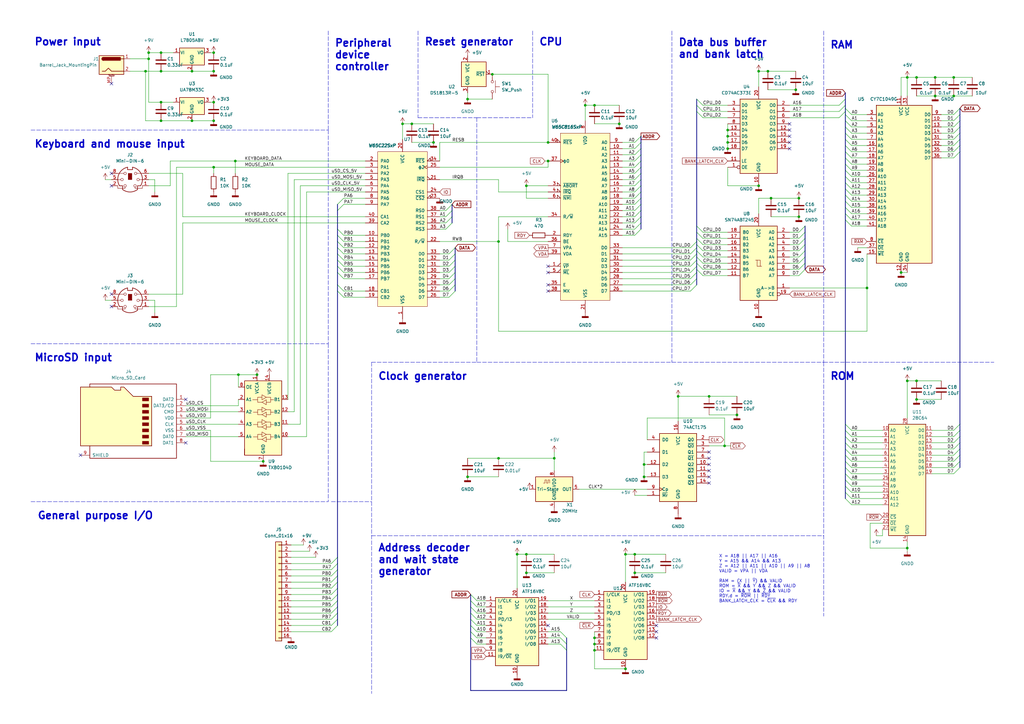
<source format=kicad_sch>
(kicad_sch (version 20211123) (generator eeschema)
  (paper "A3")
  (title_block (title "W65C816 computer V1") (date "2022-05-24") (rev "1") (company "Piotr Marczyński"))
  (junction (at 201.93 30.48))
  (junction (at 256.54 274.32))
  (junction (at 204.47 187.96))
  (junction (at 66.04 49.53))
  (junction (at 59.69 29.21))
  (junction (at 60.96 21.59))
  (junction (at 78.74 49.53))
  (junction (at 66.04 21.59))
  (junction (at 60.96 24.13))
  (junction (at 298.45 55.88))
  (junction (at 391.16 39.37))
  (junction (at 264.16 190.5))
  (junction (at 227.33 187.96))
  (junction (at 260.35 234.95))
  (junction (at 243.84 266.7))
  (junction (at 215.9 227.33))
  (junction (at 264.16 195.58))
  (junction (at 224.79 58.42))
  (junction (at 87.63 41.91))
  (junction (at 391.16 31.75))
  (junction (at 96.52 66.04))
  (junction (at 260.35 227.33))
  (junction (at 278.13 162.56))
  (junction (at 87.63 68.58))
  (junction (at 215.9 234.95))
  (junction (at 316.23 81.28))
  (junction (at 375.92 31.75))
  (junction (at 191.77 40.64))
  (junction (at 256.54 227.33))
  (junction (at 168.91 50.8))
  (junction (at 240.03 43.18))
  (junction (at 298.45 58.42))
  (junction (at 107.95 189.23))
  (junction (at 372.11 31.75))
  (junction (at 298.45 60.96))
  (junction (at 383.54 31.75))
  (junction (at 243.84 261.62))
  (junction (at 97.79 153.67))
  (junction (at 314.96 29.21))
  (junction (at 311.15 29.21))
  (junction (at 87.63 21.59))
  (junction (at 298.45 53.34))
  (junction (at 290.83 162.56))
  (junction (at 254 50.8))
  (junction (at 369.57 111.76))
  (junction (at 302.26 170.18))
  (junction (at 375.92 163.83))
  (junction (at 215.9 76.2))
  (junction (at 383.54 39.37))
  (junction (at 224.79 66.04))
  (junction (at 191.77 195.58))
  (junction (at 87.63 29.21))
  (junction (at 105.41 153.67))
  (junction (at 66.04 29.21))
  (junction (at 375.92 156.21))
  (junction (at 87.63 49.53))
  (junction (at 66.04 41.91))
  (junction (at 372.11 156.21))
  (junction (at 243.84 264.16))
  (junction (at 372.11 224.79))
  (junction (at 327.66 88.9))
  (junction (at 311.15 76.2))
  (junction (at 297.18 182.88))
  (junction (at 165.1 50.8))
  (junction (at 355.6 118.11))
  (junction (at 204.47 99.06))
  (junction (at 326.39 36.83))
  (junction (at 243.84 43.18))
  (junction (at 177.8 58.42))
  (junction (at 327.66 81.28))
  (junction (at 212.09 227.33))
  (junction (at 78.74 29.21))
  (no_connect (at 290.83 187.96))
  (no_connect (at 290.83 198.12))
  (no_connect (at 45.72 34.29))
  (no_connect (at 290.83 185.42))
  (no_connect (at 45.72 125.73))
  (no_connect (at 224.79 256.54))
  (no_connect (at 224.79 116.84))
  (no_connect (at 33.02 186.69))
  (no_connect (at 290.83 190.5))
  (no_connect (at 224.79 119.38))
  (no_connect (at 224.79 111.76))
  (no_connect (at 323.85 60.96))
  (no_connect (at 323.85 55.88))
  (no_connect (at 323.85 53.34))
  (no_connect (at 323.85 50.8))
  (no_connect (at 323.85 58.42))
  (no_connect (at 224.79 109.22))
  (no_connect (at 269.24 259.08))
  (no_connect (at 76.2 181.61))
  (no_connect (at 76.2 163.83))
  (no_connect (at 45.72 120.65))
  (no_connect (at 269.24 256.54))
  (no_connect (at 45.72 76.2))
  (no_connect (at 45.72 71.12))
  (no_connect (at 269.24 261.62))
  (no_connect (at 290.83 193.04))
  (no_connect (at 290.83 195.58))
  (bus_entry (at 186.69 101.6) (size -2.54 2.54))
  (bus_entry (at 186.69 104.14) (size -2.54 2.54))
  (bus_entry (at 186.69 106.68) (size -2.54 2.54))
  (bus_entry (at 186.69 111.76) (size -2.54 2.54))
  (bus_entry (at 186.69 114.3) (size -2.54 2.54))
  (bus_entry (at 186.69 116.84) (size -2.54 2.54))
  (bus_entry (at 186.69 119.38) (size -2.54 2.54))
  (bus_entry (at 186.69 109.22) (size -2.54 2.54))
  (bus_entry (at 138.43 236.22) (size -2.54 2.54))
  (bus_entry (at 327.66 110.49) (size 2.54 -2.54))
  (bus_entry (at 344.17 43.18) (size 2.54 -2.54))
  (bus_entry (at 344.17 45.72) (size 2.54 -2.54))
  (bus_entry (at 344.17 48.26) (size 2.54 -2.54))
  (bus_entry (at 138.43 101.6) (size 2.54 2.54))
  (bus_entry (at 138.43 104.14) (size 2.54 2.54))
  (bus_entry (at 138.43 99.06) (size 2.54 2.54))
  (bus_entry (at 138.43 111.76) (size 2.54 2.54))
  (bus_entry (at 138.43 109.22) (size 2.54 2.54))
  (bus_entry (at 138.43 106.68) (size 2.54 2.54))
  (bus_entry (at 138.43 93.98) (size 2.54 2.54))
  (bus_entry (at 138.43 96.52) (size 2.54 2.54))
  (bus_entry (at 195.58 256.54) (size -2.54 -2.54))
  (bus_entry (at 195.58 259.08) (size -2.54 -2.54))
  (bus_entry (at 138.43 238.76) (size -2.54 2.54))
  (bus_entry (at 229.87 259.08) (size 2.54 2.54))
  (bus_entry (at 195.58 248.92) (size -2.54 -2.54))
  (bus_entry (at 138.43 233.68) (size -2.54 2.54))
  (bus_entry (at 327.66 113.03) (size 2.54 -2.54))
  (bus_entry (at 229.87 261.62) (size 2.54 2.54))
  (bus_entry (at 327.66 100.33) (size 2.54 -2.54))
  (bus_entry (at 285.75 40.64) (size 2.54 2.54))
  (bus_entry (at 285.75 45.72) (size 2.54 2.54))
  (bus_entry (at 285.75 43.18) (size 2.54 2.54))
  (bus_entry (at 327.66 95.25) (size 2.54 -2.54))
  (bus_entry (at 138.43 254) (size -2.54 2.54))
  (bus_entry (at 138.43 246.38) (size -2.54 2.54))
  (bus_entry (at 138.43 243.84) (size -2.54 2.54))
  (bus_entry (at 138.43 83.82) (size 2.54 -2.54))
  (bus_entry (at 138.43 86.36) (size 2.54 -2.54))
  (bus_entry (at 138.43 116.84) (size 2.54 2.54))
  (bus_entry (at 195.58 264.16) (size -2.54 -2.54))
  (bus_entry (at 138.43 241.3) (size -2.54 2.54))
  (bus_entry (at 138.43 251.46) (size -2.54 2.54))
  (bus_entry (at 260.35 71.12) (size 2.54 -2.54))
  (bus_entry (at 260.35 73.66) (size 2.54 -2.54))
  (bus_entry (at 260.35 76.2) (size 2.54 -2.54))
  (bus_entry (at 260.35 66.04) (size 2.54 -2.54))
  (bus_entry (at 260.35 68.58) (size 2.54 -2.54))
  (bus_entry (at 260.35 78.74) (size 2.54 -2.54))
  (bus_entry (at 260.35 81.28) (size 2.54 -2.54))
  (bus_entry (at 260.35 83.82) (size 2.54 -2.54))
  (bus_entry (at 260.35 86.36) (size 2.54 -2.54))
  (bus_entry (at 260.35 88.9) (size 2.54 -2.54))
  (bus_entry (at 260.35 91.44) (size 2.54 -2.54))
  (bus_entry (at 260.35 93.98) (size 2.54 -2.54))
  (bus_entry (at 260.35 96.52) (size 2.54 -2.54))
  (bus_entry (at 260.35 58.42) (size 2.54 -2.54))
  (bus_entry (at 260.35 60.96) (size 2.54 -2.54))
  (bus_entry (at 260.35 63.5) (size 2.54 -2.54))
  (bus_entry (at 327.66 105.41) (size 2.54 -2.54))
  (bus_entry (at 138.43 231.14) (size -2.54 2.54))
  (bus_entry (at 195.58 261.62) (size -2.54 -2.54))
  (bus_entry (at 138.43 248.92) (size -2.54 2.54))
  (bus_entry (at 285.75 116.84) (size -2.54 2.54))
  (bus_entry (at 285.75 114.3) (size -2.54 2.54))
  (bus_entry (at 285.75 111.76) (size -2.54 2.54))
  (bus_entry (at 288.29 113.03) (size -2.54 -2.54))
  (bus_entry (at 288.29 110.49) (size -2.54 -2.54))
  (bus_entry (at 288.29 107.95) (size -2.54 -2.54))
  (bus_entry (at 285.75 109.22) (size -2.54 2.54))
  (bus_entry (at 285.75 106.68) (size -2.54 2.54))
  (bus_entry (at 285.75 99.06) (size -2.54 2.54))
  (bus_entry (at 285.75 101.6) (size -2.54 2.54))
  (bus_entry (at 285.75 104.14) (size -2.54 2.54))
  (bus_entry (at 288.29 105.41) (size -2.54 -2.54))
  (bus_entry (at 288.29 95.25) (size -2.54 -2.54))
  (bus_entry (at 288.29 97.79) (size -2.54 -2.54))
  (bus_entry (at 288.29 102.87) (size -2.54 -2.54))
  (bus_entry (at 288.29 100.33) (size -2.54 -2.54))
  (bus_entry (at 229.87 264.16) (size 2.54 2.54))
  (bus_entry (at 195.58 254) (size -2.54 -2.54))
  (bus_entry (at 138.43 228.6) (size -2.54 2.54))
  (bus_entry (at 327.66 97.79) (size 2.54 -2.54))
  (bus_entry (at 182.88 86.36) (size 2.54 -2.54))
  (bus_entry (at 182.88 93.98) (size 2.54 -2.54))
  (bus_entry (at 182.88 91.44) (size 2.54 -2.54))
  (bus_entry (at 182.88 88.9) (size 2.54 -2.54))
  (bus_entry (at 327.66 107.95) (size 2.54 -2.54))
  (bus_entry (at 138.43 119.38) (size 2.54 2.54))
  (bus_entry (at 195.58 246.38) (size -2.54 -2.54))
  (bus_entry (at 346.71 85.09) (size 2.54 2.54))
  (bus_entry (at 346.71 87.63) (size 2.54 2.54))
  (bus_entry (at 346.71 90.17) (size 2.54 2.54))
  (bus_entry (at 349.25 46.99) (size -2.54 -2.54))
  (bus_entry (at 349.25 49.53) (size -2.54 -2.54))
  (bus_entry (at 349.25 52.07) (size -2.54 -2.54))
  (bus_entry (at 349.25 54.61) (size -2.54 -2.54))
  (bus_entry (at 349.25 57.15) (size -2.54 -2.54))
  (bus_entry (at 349.25 62.23) (size -2.54 -2.54))
  (bus_entry (at 349.25 59.69) (size -2.54 -2.54))
  (bus_entry (at 349.25 82.55) (size -2.54 -2.54))
  (bus_entry (at 349.25 85.09) (size -2.54 -2.54))
  (bus_entry (at 349.25 64.77) (size -2.54 -2.54))
  (bus_entry (at 349.25 67.31) (size -2.54 -2.54))
  (bus_entry (at 349.25 77.47) (size -2.54 -2.54))
  (bus_entry (at 349.25 80.01) (size -2.54 -2.54))
  (bus_entry (at 349.25 176.53) (size -2.54 -2.54))
  (bus_entry (at 349.25 179.07) (size -2.54 -2.54))
  (bus_entry (at 349.25 181.61) (size -2.54 -2.54))
  (bus_entry (at 349.25 184.15) (size -2.54 -2.54))
  (bus_entry (at 391.16 184.15) (size 2.54 -2.54))
  (bus_entry (at 391.16 186.69) (size 2.54 -2.54))
  (bus_entry (at 391.16 189.23) (size 2.54 -2.54))
  (bus_entry (at 391.16 191.77) (size 2.54 -2.54))
  (bus_entry (at 391.16 194.31) (size 2.54 -2.54))
  (bus_entry (at 349.25 189.23) (size -2.54 -2.54))
  (bus_entry (at 349.25 191.77) (size -2.54 -2.54))
  (bus_entry (at 349.25 194.31) (size -2.54 -2.54))
  (bus_entry (at 349.25 196.85) (size -2.54 -2.54))
  (bus_entry (at 349.25 199.39) (size -2.54 -2.54))
  (bus_entry (at 349.25 201.93) (size -2.54 -2.54))
  (bus_entry (at 349.25 204.47) (size -2.54 -2.54))
  (bus_entry (at 349.25 207.01) (size -2.54 -2.54))
  (bus_entry (at 349.25 186.69) (size -2.54 -2.54))
  (bus_entry (at 391.16 176.53) (size 2.54 -2.54))
  (bus_entry (at 391.16 179.07) (size 2.54 -2.54))
  (bus_entry (at 391.16 181.61) (size 2.54 -2.54))
  (bus_entry (at 349.25 69.85) (size -2.54 -2.54))
  (bus_entry (at 349.25 72.39) (size -2.54 -2.54))
  (bus_entry (at 349.25 74.93) (size -2.54 -2.54))
  (bus_entry (at 391.16 46.99) (size 2.54 -2.54))
  (bus_entry (at 391.16 49.53) (size 2.54 -2.54))
  (bus_entry (at 391.16 52.07) (size 2.54 -2.54))
  (bus_entry (at 391.16 54.61) (size 2.54 -2.54))
  (bus_entry (at 391.16 57.15) (size 2.54 -2.54))
  (bus_entry (at 391.16 59.69) (size 2.54 -2.54))
  (bus_entry (at 391.16 62.23) (size 2.54 -2.54))
  (bus_entry (at 391.16 64.77) (size 2.54 -2.54))
  (bus_entry (at 327.66 102.87) (size 2.54 -2.54))
  (bus_entry (at 195.58 251.46) (size -2.54 -2.54))
  (bus_entry (at 138.43 256.54) (size -2.54 2.54))
  (wire (pts (xy 223.52 66.04) (xy 224.79 66.04)))
  (wire (pts (xy 298.45 68.58) (xy 298.45 76.2)))
  (bus (pts (xy 138.43 101.6) (xy 138.43 104.14)))
  (wire (pts (xy 43.18 73.66) (xy 45.72 73.66)))
  (wire (pts (xy 288.29 107.95) (xy 298.45 107.95)))
  (bus (pts (xy 346.71 44.45) (xy 346.71 45.72)))
  (wire (pts (xy 78.74 29.21) (xy 87.63 29.21)))
  (wire (pts (xy 215.9 234.95) (xy 227.33 234.95)))
  (wire (pts (xy 119.38 254) (xy 135.89 254)))
  (bus (pts (xy 186.69 116.84) (xy 186.69 119.38)))
  (wire (pts (xy 255.27 91.44) (xy 260.35 91.44)))
  (wire (pts (xy 349.25 85.09) (xy 355.6 85.09)))
  (wire (pts (xy 349.25 191.77) (xy 361.95 191.77)))
  (bus (pts (xy 193.04 283.21) (xy 232.41 283.21)))
  (wire (pts (xy 256.54 227.33) (xy 260.35 227.33)))
  (bus (pts (xy 346.71 38.1) (xy 346.71 40.64)))
  (wire (pts (xy 386.08 52.07) (xy 391.16 52.07)))
  (wire (pts (xy 355.6 104.14) (xy 355.6 118.11)))
  (wire (pts (xy 298.45 58.42) (xy 298.45 60.96)))
  (wire (pts (xy 311.15 29.21) (xy 314.96 29.21)))
  (bus (pts (xy 138.43 228.6) (xy 138.43 231.14)))
  (bus (pts (xy 346.71 74.93) (xy 346.71 77.47)))
  (bus (pts (xy 262.89 66.04) (xy 262.89 68.58)))
  (polyline (pts (xy 195.58 48.26) (xy 218.44 48.26)))
  (wire (pts (xy 76.2 168.91) (xy 97.79 168.91)))
  (bus (pts (xy 262.89 55.88) (xy 262.89 58.42)))
  (bus (pts (xy 346.71 49.53) (xy 346.71 52.07)))
  (bus (pts (xy 262.89 81.28) (xy 262.89 83.82)))
  (bus (pts (xy 393.7 46.99) (xy 393.7 49.53)))
  (wire (pts (xy 86.36 171.45) (xy 86.36 153.67)))
  (wire (pts (xy 383.54 31.75) (xy 391.16 31.75)))
  (wire (pts (xy 323.85 95.25) (xy 327.66 95.25)))
  (wire (pts (xy 59.69 29.21) (xy 66.04 29.21)))
  (wire (pts (xy 264.16 190.5) (xy 265.43 190.5)))
  (bus (pts (xy 138.43 254) (xy 138.43 256.54)))
  (wire (pts (xy 180.34 86.36) (xy 182.88 86.36)))
  (wire (pts (xy 255.27 96.52) (xy 260.35 96.52)))
  (bus (pts (xy 393.7 184.15) (xy 393.7 186.69)))
  (wire (pts (xy 191.77 38.1) (xy 191.77 40.64)))
  (wire (pts (xy 224.79 68.58) (xy 224.79 66.04)))
  (bus (pts (xy 393.7 186.69) (xy 393.7 189.23)))
  (polyline (pts (xy 171.45 48.26) (xy 195.58 48.26)) (stroke (width 0) (type dash)))
  (bus (pts (xy 346.71 186.69) (xy 346.71 189.23)))
  (bus (pts (xy 330.2 92.71) (xy 330.2 95.25)))
  (wire (pts (xy 255.27 93.98) (xy 260.35 93.98)))
  (bus (pts (xy 285.75 92.71) (xy 285.75 95.25)))
  (wire (pts (xy 264.16 185.42) (xy 264.16 190.5)))
  (wire (pts (xy 349.25 54.61) (xy 355.6 54.61)))
  (wire (pts (xy 323.85 45.72) (xy 344.17 45.72)))
  (wire (pts (xy 140.97 106.68) (xy 149.86 106.68)))
  (wire (pts (xy 382.27 189.23) (xy 391.16 189.23)))
  (wire (pts (xy 361.95 214.63) (xy 356.87 214.63)))
  (bus (pts (xy 393.7 62.23) (xy 393.7 173.99)))
  (wire (pts (xy 323.85 102.87) (xy 327.66 102.87)))
  (bus (pts (xy 285.75 111.76) (xy 285.75 114.3)))
  (wire (pts (xy 278.13 162.56) (xy 278.13 172.72)))
  (wire (pts (xy 349.25 57.15) (xy 355.6 57.15)))
  (bus (pts (xy 346.71 181.61) (xy 346.71 184.15)))
  (wire (pts (xy 78.74 49.53) (xy 87.63 49.53)))
  (bus (pts (xy 186.69 104.14) (xy 186.69 106.68)))
  (bus (pts (xy 346.71 173.99) (xy 346.71 176.53)))
  (wire (pts (xy 391.16 31.75) (xy 398.78 31.75)))
  (wire (pts (xy 278.13 162.56) (xy 290.83 162.56)))
  (wire (pts (xy 369.57 111.76) (xy 372.11 111.76)))
  (bus (pts (xy 346.71 72.39) (xy 346.71 74.93)))
  (wire (pts (xy 195.58 256.54) (xy 199.39 256.54)))
  (wire (pts (xy 349.25 64.77) (xy 355.6 64.77)))
  (wire (pts (xy 349.25 80.01) (xy 355.6 80.01)))
  (wire (pts (xy 349.25 204.47) (xy 361.95 204.47)))
  (wire (pts (xy 140.97 101.6) (xy 149.86 101.6)))
  (wire (pts (xy 76.2 173.99) (xy 97.79 173.99)))
  (wire (pts (xy 224.79 251.46) (xy 243.84 251.46)))
  (wire (pts (xy 74.93 91.44) (xy 74.93 120.65)))
  (wire (pts (xy 356.87 224.79) (xy 372.11 224.79)))
  (wire (pts (xy 140.97 81.28) (xy 149.86 81.28)))
  (wire (pts (xy 264.16 185.42) (xy 265.43 185.42)))
  (wire (pts (xy 255.27 88.9) (xy 260.35 88.9)))
  (bus (pts (xy 330.2 105.41) (xy 330.2 107.95)))
  (bus (pts (xy 285.75 114.3) (xy 285.75 116.84)))
  (wire (pts (xy 60.96 24.13) (xy 60.96 21.59)))
  (wire (pts (xy 386.08 64.77) (xy 391.16 64.77)))
  (wire (pts (xy 191.77 40.64) (xy 201.93 40.64)))
  (wire (pts (xy 349.25 72.39) (xy 355.6 72.39)))
  (bus (pts (xy 285.75 95.25) (xy 285.75 97.79)))
  (wire (pts (xy 180.34 121.92) (xy 184.15 121.92)))
  (polyline (pts (xy 135.89 205.74) (xy 152.4 205.74)))
  (bus (pts (xy 393.7 176.53) (xy 393.7 179.07)))
  (wire (pts (xy 255.27 76.2) (xy 260.35 76.2)))
  (bus (pts (xy 285.75 109.22) (xy 285.75 110.49)))
  (polyline (pts (xy 337.82 148.59) (xy 407.67 148.59)))
  (wire (pts (xy 86.36 189.23) (xy 107.95 189.23)))
  (wire (pts (xy 86.36 176.53) (xy 86.36 189.23)))
  (bus (pts (xy 138.43 238.76) (xy 138.43 241.3)))
  (wire (pts (xy 349.25 176.53) (xy 361.95 176.53)))
  (bus (pts (xy 285.75 107.95) (xy 285.75 109.22)))
  (wire (pts (xy 60.96 73.66) (xy 63.5 73.66)))
  (bus (pts (xy 262.89 71.12) (xy 262.89 73.66)))
  (polyline (pts (xy 275.59 148.59) (xy 337.82 148.59)))
  (bus (pts (xy 393.7 173.99) (xy 393.7 176.53)))
  (wire (pts (xy 386.08 46.99) (xy 391.16 46.99)))
  (wire (pts (xy 140.97 99.06) (xy 149.86 99.06)))
  (wire (pts (xy 323.85 113.03) (xy 327.66 113.03)))
  (wire (pts (xy 243.84 261.62) (xy 243.84 264.16)))
  (wire (pts (xy 349.25 90.17) (xy 355.6 90.17)))
  (wire (pts (xy 149.86 66.04) (xy 96.52 66.04)))
  (wire (pts (xy 349.25 184.15) (xy 361.95 184.15)))
  (bus (pts (xy 138.43 96.52) (xy 138.43 99.06)))
  (wire (pts (xy 349.25 52.07) (xy 355.6 52.07)))
  (wire (pts (xy 69.85 66.04) (xy 69.85 76.2)))
  (wire (pts (xy 255.27 111.76) (xy 283.21 111.76)))
  (wire (pts (xy 63.5 123.19) (xy 63.5 128.27)))
  (wire (pts (xy 60.96 71.12) (xy 74.93 71.12)))
  (wire (pts (xy 118.11 71.12) (xy 118.11 163.83)))
  (bus (pts (xy 285.75 99.06) (xy 285.75 100.33)))
  (wire (pts (xy 204.47 135.89) (xy 355.6 135.89)))
  (wire (pts (xy 224.79 264.16) (xy 229.87 264.16)))
  (wire (pts (xy 386.08 49.53) (xy 391.16 49.53)))
  (wire (pts (xy 311.15 81.28) (xy 316.23 81.28)))
  (bus (pts (xy 193.04 256.54) (xy 193.04 259.08)))
  (wire (pts (xy 119.38 238.76) (xy 135.89 238.76)))
  (wire (pts (xy 243.84 50.8) (xy 254 50.8)))
  (wire (pts (xy 66.04 21.59) (xy 71.12 21.59)))
  (wire (pts (xy 349.25 82.55) (xy 355.6 82.55)))
  (wire (pts (xy 255.27 119.38) (xy 283.21 119.38)))
  (wire (pts (xy 180.34 66.04) (xy 180.34 58.42)))
  (wire (pts (xy 386.08 62.23) (xy 391.16 62.23)))
  (wire (pts (xy 264.16 190.5) (xy 264.16 195.58)))
  (wire (pts (xy 66.04 41.91) (xy 71.12 41.91)))
  (wire (pts (xy 256.54 274.32) (xy 243.84 274.32)))
  (wire (pts (xy 349.25 74.93) (xy 355.6 74.93)))
  (wire (pts (xy 349.25 196.85) (xy 361.95 196.85)))
  (wire (pts (xy 323.85 48.26) (xy 344.17 48.26)))
  (wire (pts (xy 215.9 76.2) (xy 224.79 76.2)))
  (wire (pts (xy 349.25 207.01) (xy 361.95 207.01)))
  (wire (pts (xy 349.25 199.39) (xy 361.95 199.39)))
  (wire (pts (xy 375.92 163.83) (xy 386.08 163.83)))
  (wire (pts (xy 60.96 41.91) (xy 66.04 41.91)))
  (bus (pts (xy 262.89 91.44) (xy 262.89 93.98)))
  (bus (pts (xy 346.71 62.23) (xy 346.71 64.77)))
  (wire (pts (xy 119.38 226.06) (xy 127 226.06)))
  (wire (pts (xy 323.85 110.49) (xy 327.66 110.49)))
  (wire (pts (xy 149.86 68.58) (xy 87.63 68.58)))
  (wire (pts (xy 359.41 219.71) (xy 361.95 219.71)))
  (wire (pts (xy 240.03 43.18) (xy 240.03 49.53)))
  (wire (pts (xy 86.36 153.67) (xy 97.79 153.67)))
  (bus (pts (xy 285.75 105.41) (xy 285.75 106.68)))
  (wire (pts (xy 323.85 105.41) (xy 327.66 105.41)))
  (polyline (pts (xy 134.62 12.7) (xy 134.62 53.34)))
  (wire (pts (xy 66.04 29.21) (xy 78.74 29.21)))
  (wire (pts (xy 140.97 83.82) (xy 149.86 83.82)))
  (bus (pts (xy 346.71 52.07) (xy 346.71 54.61)))
  (bus (pts (xy 262.89 63.5) (xy 262.89 66.04)))
  (wire (pts (xy 382.27 184.15) (xy 391.16 184.15)))
  (bus (pts (xy 330.2 97.79) (xy 330.2 100.33)))
  (wire (pts (xy 105.41 153.67) (xy 97.79 153.67)))
  (bus (pts (xy 185.42 88.9) (xy 185.42 91.44)))
  (bus (pts (xy 186.69 106.68) (xy 186.69 109.22)))
  (wire (pts (xy 391.16 39.37) (xy 398.78 39.37)))
  (wire (pts (xy 288.29 95.25) (xy 298.45 95.25)))
  (polyline (pts (xy 12.7 140.97) (xy 134.62 140.97)))
  (polyline (pts (xy 218.44 12.7) (xy 218.44 48.26)))
  (wire (pts (xy 59.69 29.21) (xy 53.34 29.21)))
  (wire (pts (xy 260.35 227.33) (xy 273.05 227.33)))
  (wire (pts (xy 76.2 179.07) (xy 97.79 179.07)))
  (bus (pts (xy 393.7 179.07) (xy 393.7 181.61)))
  (wire (pts (xy 297.18 171.45) (xy 297.18 182.88)))
  (wire (pts (xy 87.63 41.91) (xy 86.36 41.91)))
  (wire (pts (xy 349.25 69.85) (xy 355.6 69.85)))
  (wire (pts (xy 140.97 114.3) (xy 149.86 114.3)))
  (wire (pts (xy 140.97 121.92) (xy 149.86 121.92)))
  (wire (pts (xy 87.63 21.59) (xy 86.36 21.59)))
  (wire (pts (xy 349.25 189.23) (xy 361.95 189.23)))
  (wire (pts (xy 191.77 195.58) (xy 204.47 195.58)))
  (wire (pts (xy 298.45 76.2) (xy 311.15 76.2)))
  (bus (pts (xy 346.71 43.18) (xy 346.71 44.45)))
  (wire (pts (xy 140.97 119.38) (xy 149.86 119.38)))
  (wire (pts (xy 255.27 81.28) (xy 260.35 81.28)))
  (wire (pts (xy 212.09 227.33) (xy 215.9 227.33)))
  (bus (pts (xy 346.71 45.72) (xy 346.71 46.99)))
  (bus (pts (xy 285.75 110.49) (xy 285.75 111.76)))
  (bus (pts (xy 330.2 107.95) (xy 330.2 110.49)))
  (wire (pts (xy 180.34 88.9) (xy 182.88 88.9)))
  (bus (pts (xy 138.43 83.82) (xy 138.43 86.36)))
  (wire (pts (xy 180.34 58.42) (xy 224.79 58.42)))
  (wire (pts (xy 316.23 88.9) (xy 327.66 88.9)))
  (wire (pts (xy 191.77 187.96) (xy 204.47 187.96)))
  (bus (pts (xy 346.71 184.15) (xy 346.71 186.69)))
  (bus (pts (xy 285.75 101.6) (xy 285.75 102.87)))
  (bus (pts (xy 138.43 233.68) (xy 138.43 236.22)))
  (bus (pts (xy 346.71 201.93) (xy 346.71 204.47)))
  (wire (pts (xy 180.34 99.06) (xy 204.47 99.06)))
  (wire (pts (xy 349.25 77.47) (xy 355.6 77.47)))
  (wire (pts (xy 264.16 195.58) (xy 265.43 195.58)))
  (bus (pts (xy 193.04 251.46) (xy 193.04 254)))
  (wire (pts (xy 224.79 261.62) (xy 229.87 261.62)))
  (wire (pts (xy 204.47 88.9) (xy 224.79 88.9)))
  (wire (pts (xy 255.27 116.84) (xy 283.21 116.84)))
  (wire (pts (xy 255.27 60.96) (xy 260.35 60.96)))
  (wire (pts (xy 204.47 187.96) (xy 227.33 187.96)))
  (bus (pts (xy 262.89 78.74) (xy 262.89 81.28)))
  (wire (pts (xy 265.43 171.45) (xy 297.18 171.45)))
  (wire (pts (xy 311.15 87.63) (xy 311.15 81.28)))
  (wire (pts (xy 119.38 251.46) (xy 135.89 251.46)))
  (bus (pts (xy 193.04 254) (xy 193.04 256.54)))
  (wire (pts (xy 60.96 24.13) (xy 60.96 41.91)))
  (wire (pts (xy 349.25 46.99) (xy 355.6 46.99)))
  (wire (pts (xy 201.93 30.48) (xy 224.79 30.48)))
  (wire (pts (xy 372.11 156.21) (xy 372.11 171.45)))
  (bus (pts (xy 138.43 116.84) (xy 138.43 119.38)))
  (wire (pts (xy 97.79 166.37) (xy 97.79 163.83)))
  (bus (pts (xy 346.71 191.77) (xy 346.71 194.31)))
  (bus (pts (xy 285.75 40.64) (xy 285.75 43.18)))
  (wire (pts (xy 53.34 24.13) (xy 60.96 24.13)))
  (wire (pts (xy 382.27 176.53) (xy 391.16 176.53)))
  (wire (pts (xy 256.54 227.33) (xy 256.54 238.76)))
  (bus (pts (xy 346.71 54.61) (xy 346.71 57.15)))
  (wire (pts (xy 299.72 182.88) (xy 297.18 182.88)))
  (bus (pts (xy 330.2 95.25) (xy 330.2 97.79)))
  (wire (pts (xy 255.27 104.14) (xy 283.21 104.14)))
  (wire (pts (xy 255.27 83.82) (xy 260.35 83.82)))
  (wire (pts (xy 255.27 86.36) (xy 260.35 86.36)))
  (wire (pts (xy 59.69 29.21) (xy 59.69 49.53)))
  (bus (pts (xy 262.89 60.96) (xy 262.89 63.5)))
  (bus (pts (xy 346.71 69.85) (xy 346.71 72.39)))
  (wire (pts (xy 386.08 57.15) (xy 391.16 57.15)))
  (wire (pts (xy 326.39 36.83) (xy 314.96 36.83)))
  (wire (pts (xy 227.33 187.96) (xy 227.33 193.04)))
  (wire (pts (xy 323.85 100.33) (xy 327.66 100.33)))
  (wire (pts (xy 351.79 101.6) (xy 355.6 101.6)))
  (wire (pts (xy 140.97 109.22) (xy 149.86 109.22)))
  (bus (pts (xy 138.43 104.14) (xy 138.43 106.68)))
  (bus (pts (xy 330.2 100.33) (xy 330.2 102.87)))
  (wire (pts (xy 298.45 53.34) (xy 298.45 55.88)))
  (bus (pts (xy 232.41 264.16) (xy 232.41 266.7)))
  (bus (pts (xy 346.71 179.07) (xy 346.71 181.61)))
  (wire (pts (xy 323.85 107.95) (xy 327.66 107.95)))
  (wire (pts (xy 355.6 118.11) (xy 355.6 135.89)))
  (bus (pts (xy 346.71 40.64) (xy 346.71 43.18)))
  (wire (pts (xy 372.11 224.79) (xy 372.11 222.25)))
  (bus (pts (xy 346.71 199.39) (xy 346.71 201.93)))
  (wire (pts (xy 118.11 71.12) (xy 149.86 71.12)))
  (wire (pts (xy 119.38 236.22) (xy 135.89 236.22)))
  (wire (pts (xy 382.27 191.77) (xy 391.16 191.77)))
  (bus (pts (xy 346.71 189.23) (xy 346.71 191.77)))
  (bus (pts (xy 138.43 243.84) (xy 138.43 246.38)))
  (wire (pts (xy 297.18 182.88) (xy 290.83 182.88)))
  (bus (pts (xy 138.43 241.3) (xy 138.43 243.84)))
  (wire (pts (xy 195.58 264.16) (xy 199.39 264.16)))
  (wire (pts (xy 323.85 118.11) (xy 355.6 118.11)))
  (wire (pts (xy 290.83 170.18) (xy 302.26 170.18)))
  (wire (pts (xy 372.11 31.75) (xy 372.11 39.37)))
  (wire (pts (xy 237.49 200.66) (xy 265.43 200.66)))
  (bus (pts (xy 393.7 59.69) (xy 393.7 62.23)))
  (wire (pts (xy 224.79 248.92) (xy 243.84 248.92)))
  (bus (pts (xy 232.41 266.7) (xy 232.41 283.21)))
  (wire (pts (xy 372.11 156.21) (xy 375.92 156.21)))
  (bus (pts (xy 186.69 101.6) (xy 186.69 104.14)))
  (wire (pts (xy 224.79 259.08) (xy 229.87 259.08)))
  (wire (pts (xy 119.38 243.84) (xy 135.89 243.84)))
  (wire (pts (xy 118.11 168.91) (xy 120.65 168.91)))
  (wire (pts (xy 76.2 171.45) (xy 86.36 171.45)))
  (bus (pts (xy 346.71 46.99) (xy 346.71 49.53)))
  (wire (pts (xy 288.29 102.87) (xy 298.45 102.87)))
  (bus (pts (xy 346.71 80.01) (xy 346.71 82.55)))
  (wire (pts (xy 168.91 58.42) (xy 177.8 58.42)))
  (bus (pts (xy 285.75 97.79) (xy 285.75 99.06)))
  (wire (pts (xy 180.34 104.14) (xy 184.15 104.14)))
  (wire (pts (xy 215.9 227.33) (xy 227.33 227.33)))
  (bus (pts (xy 393.7 181.61) (xy 393.7 184.15)))
  (wire (pts (xy 74.93 120.65) (xy 60.96 120.65)))
  (wire (pts (xy 208.28 93.98) (xy 208.28 99.06)))
  (wire (pts (xy 288.29 45.72) (xy 298.45 45.72)))
  (wire (pts (xy 180.34 106.68) (xy 184.15 106.68)))
  (wire (pts (xy 43.18 123.19) (xy 45.72 123.19)))
  (wire (pts (xy 149.86 91.44) (xy 74.93 91.44)))
  (wire (pts (xy 125.73 78.74) (xy 149.86 78.74)))
  (bus (pts (xy 262.89 73.66) (xy 262.89 76.2)))
  (wire (pts (xy 375.92 39.37) (xy 383.54 39.37)))
  (wire (pts (xy 243.84 274.32) (xy 243.84 266.7)))
  (bus (pts (xy 393.7 54.61) (xy 393.7 57.15)))
  (wire (pts (xy 356.87 214.63) (xy 356.87 224.79)))
  (bus (pts (xy 346.71 90.17) (xy 346.71 173.99)))
  (wire (pts (xy 195.58 251.46) (xy 199.39 251.46)))
  (wire (pts (xy 298.45 55.88) (xy 298.45 58.42)))
  (wire (pts (xy 97.79 153.67) (xy 97.79 158.75)))
  (wire (pts (xy 63.5 73.66) (xy 63.5 78.74)))
  (wire (pts (xy 255.27 58.42) (xy 260.35 58.42)))
  (wire (pts (xy 119.38 233.68) (xy 135.89 233.68)))
  (wire (pts (xy 386.08 54.61) (xy 391.16 54.61)))
  (polyline (pts (xy 152.4 148.59) (xy 195.58 148.59)) (stroke (width 0) (type dash)))
  (bus (pts (xy 185.42 86.36) (xy 185.42 88.9)))
  (wire (pts (xy 265.43 180.34) (xy 265.43 171.45)))
  (wire (pts (xy 96.52 66.04) (xy 69.85 66.04)))
  (polyline (pts (xy 134.62 140.97) (xy 134.62 205.74)))
  (wire (pts (xy 243.84 43.18) (xy 254 43.18)))
  (bus (pts (xy 138.43 246.38) (xy 138.43 248.92)))
  (wire (pts (xy 288.29 113.03) (xy 298.45 113.03)))
  (wire (pts (xy 60.96 123.19) (xy 63.5 123.19)))
  (wire (pts (xy 288.29 110.49) (xy 298.45 110.49)))
  (wire (pts (xy 369.57 31.75) (xy 372.11 31.75)))
  (wire (pts (xy 119.38 259.08) (xy 135.89 259.08)))
  (bus (pts (xy 346.71 82.55) (xy 346.71 85.09)))
  (wire (pts (xy 96.52 66.04) (xy 96.52 71.12)))
  (wire (pts (xy 260.35 234.95) (xy 273.05 234.95)))
  (bus (pts (xy 185.42 83.82) (xy 185.42 86.36)))
  (wire (pts (xy 323.85 43.18) (xy 344.17 43.18)))
  (wire (pts (xy 349.25 87.63) (xy 355.6 87.63)))
  (wire (pts (xy 59.69 49.53) (xy 66.04 49.53)))
  (wire (pts (xy 69.85 76.2) (xy 60.96 76.2)))
  (polyline (pts (xy 152.4 148.59) (xy 152.4 284.48)) (stroke (width 0) (type dash)))
  (wire (pts (xy 118.11 173.99) (xy 123.19 173.99)))
  (wire (pts (xy 140.97 111.76) (xy 149.86 111.76)))
  (bus (pts (xy 193.04 243.84) (xy 193.04 246.38)))
  (bus (pts (xy 285.75 45.72) (xy 285.75 92.71)))
  (bus (pts (xy 285.75 105.41) (xy 285.75 104.14)))
  (wire (pts (xy 369.57 39.37) (xy 369.57 31.75)))
  (bus (pts (xy 262.89 88.9) (xy 262.89 91.44)))
  (bus (pts (xy 285.75 43.18) (xy 285.75 45.72)))
  (wire (pts (xy 119.38 256.54) (xy 135.89 256.54)))
  (wire (pts (xy 87.63 68.58) (xy 72.39 68.58)))
  (wire (pts (xy 265.43 203.2) (xy 260.35 203.2)))
  (bus (pts (xy 346.71 87.63) (xy 346.71 90.17)))
  (wire (pts (xy 149.86 76.2) (xy 123.19 76.2)))
  (bus (pts (xy 346.71 176.53) (xy 346.71 179.07)))
  (wire (pts (xy 349.25 179.07) (xy 361.95 179.07)))
  (wire (pts (xy 165.1 50.8) (xy 168.91 50.8)))
  (bus (pts (xy 138.43 109.22) (xy 138.43 111.76)))
  (wire (pts (xy 195.58 261.62) (xy 199.39 261.62)))
  (wire (pts (xy 204.47 88.9) (xy 204.47 99.06)))
  (polyline (pts (xy 195.58 48.26) (xy 195.58 148.59)) (stroke (width 0) (type dash)))
  (wire (pts (xy 255.27 114.3) (xy 283.21 114.3)))
  (bus (pts (xy 393.7 49.53) (xy 393.7 52.07)))
  (bus (pts (xy 138.43 106.68) (xy 138.43 109.22)))
  (wire (pts (xy 195.58 246.38) (xy 199.39 246.38)))
  (wire (pts (xy 255.27 71.12) (xy 260.35 71.12)))
  (wire (pts (xy 255.27 63.5) (xy 260.35 63.5)))
  (bus (pts (xy 393.7 57.15) (xy 393.7 59.69)))
  (bus (pts (xy 186.69 111.76) (xy 186.69 114.3)))
  (wire (pts (xy 180.34 111.76) (xy 184.15 111.76)))
  (bus (pts (xy 262.89 68.58) (xy 262.89 71.12)))
  (wire (pts (xy 288.29 43.18) (xy 298.45 43.18)))
  (wire (pts (xy 180.34 91.44) (xy 182.88 91.44)))
  (bus (pts (xy 138.43 86.36) (xy 138.43 93.98)))
  (bus (pts (xy 138.43 236.22) (xy 138.43 238.76)))
  (wire (pts (xy 180.34 119.38) (xy 184.15 119.38)))
  (wire (pts (xy 87.63 68.58) (xy 87.63 71.12)))
  (wire (pts (xy 349.25 201.93) (xy 361.95 201.93)))
  (wire (pts (xy 372.11 31.75) (xy 375.92 31.75)))
  (wire (pts (xy 180.34 116.84) (xy 184.15 116.84)))
  (wire (pts (xy 208.28 99.06) (xy 224.79 99.06)))
  (wire (pts (xy 195.58 248.92) (xy 199.39 248.92)))
  (wire (pts (xy 180.34 93.98) (xy 182.88 93.98)))
  (wire (pts (xy 120.65 73.66) (xy 149.86 73.66)))
  (wire (pts (xy 120.65 73.66) (xy 120.65 168.91)))
  (wire (pts (xy 288.29 105.41) (xy 298.45 105.41)))
  (bus (pts (xy 138.43 119.38) (xy 138.43 228.6)))
  (bus (pts (xy 346.71 67.31) (xy 346.71 69.85)))
  (bus (pts (xy 393.7 44.45) (xy 393.7 46.99)))
  (wire (pts (xy 165.1 50.8) (xy 165.1 57.15)))
  (bus (pts (xy 393.7 52.07) (xy 393.7 54.61)))
  (wire (pts (xy 224.79 246.38) (xy 243.84 246.38)))
  (wire (pts (xy 382.27 186.69) (xy 391.16 186.69)))
  (bus (pts (xy 193.04 261.62) (xy 193.04 283.21)))
  (wire (pts (xy 383.54 39.37) (xy 391.16 39.37)))
  (bus (pts (xy 262.89 83.82) (xy 262.89 86.36)))
  (bus (pts (xy 138.43 231.14) (xy 138.43 233.68)))
  (bus (pts (xy 138.43 111.76) (xy 138.43 116.84)))
  (bus (pts (xy 346.71 85.09) (xy 346.71 87.63)))
  (polyline (pts (xy 337.82 148.59) (xy 337.82 252.73)))
  (wire (pts (xy 76.2 176.53) (xy 86.36 176.53)))
  (bus (pts (xy 138.43 251.46) (xy 138.43 254)))
  (wire (pts (xy 314.96 29.21) (xy 326.39 29.21)))
  (wire (pts (xy 372.11 224.79) (xy 372.11 226.06)))
  (wire (pts (xy 180.34 109.22) (xy 184.15 109.22)))
  (wire (pts (xy 212.09 227.33) (xy 212.09 241.3)))
  (wire (pts (xy 119.38 228.6) (xy 129.54 228.6)))
  (wire (pts (xy 76.2 166.37) (xy 97.79 166.37)))
  (wire (pts (xy 255.27 78.74) (xy 260.35 78.74)))
  (wire (pts (xy 204.47 99.06) (xy 204.47 135.89)))
  (wire (pts (xy 119.38 246.38) (xy 135.89 246.38)))
  (wire (pts (xy 349.25 181.61) (xy 361.95 181.61)))
  (wire (pts (xy 349.25 92.71) (xy 355.6 92.71)))
  (polyline (pts (xy 12.7 205.74) (xy 134.62 205.74)))
  (wire (pts (xy 243.84 259.08) (xy 243.84 261.62)))
  (wire (pts (xy 215.9 76.2) (xy 215.9 81.28)))
  (bus (pts (xy 262.89 86.36) (xy 262.89 88.9)))
  (wire (pts (xy 243.84 264.16) (xy 243.84 266.7)))
  (wire (pts (xy 118.11 179.07) (xy 125.73 179.07)))
  (wire (pts (xy 290.83 162.56) (xy 302.26 162.56)))
  (bus (pts (xy 193.04 259.08) (xy 193.04 261.62)))
  (wire (pts (xy 375.92 31.75) (xy 383.54 31.75)))
  (wire (pts (xy 349.25 67.31) (xy 355.6 67.31)))
  (wire (pts (xy 140.97 104.14) (xy 149.86 104.14)))
  (bus (pts (xy 193.04 246.38) (xy 193.04 248.92)))
  (wire (pts (xy 349.25 49.53) (xy 355.6 49.53)))
  (wire (pts (xy 204.47 78.74) (xy 224.79 78.74)))
  (bus (pts (xy 346.71 77.47) (xy 346.71 80.01)))
  (wire (pts (xy 125.73 78.74) (xy 125.73 179.07)))
  (wire (pts (xy 375.92 156.21) (xy 386.08 156.21)))
  (wire (pts (xy 180.34 68.58) (xy 224.79 68.58)))
  (bus (pts (xy 346.71 194.31) (xy 346.71 196.85)))
  (polyline (pts (xy 171.45 12.7) (xy 171.45 48.26)) (stroke (width 0) (type dash)))
  (wire (pts (xy 74.93 71.12) (xy 74.93 88.9)))
  (bus (pts (xy 285.75 104.14) (xy 285.75 102.87)))
  (wire (pts (xy 240.03 43.18) (xy 243.84 43.18)))
  (wire (pts (xy 255.27 101.6) (xy 283.21 101.6)))
  (wire (pts (xy 140.97 96.52) (xy 149.86 96.52)))
  (wire (pts (xy 119.38 231.14) (xy 135.89 231.14)))
  (bus (pts (xy 138.43 93.98) (xy 138.43 96.52)))
  (wire (pts (xy 204.47 78.74) (xy 204.47 73.66)))
  (wire (pts (xy 60.96 21.59) (xy 66.04 21.59)))
  (wire (pts (xy 382.27 181.61) (xy 391.16 181.61)))
  (wire (pts (xy 288.29 97.79) (xy 298.45 97.79)))
  (wire (pts (xy 311.15 29.21) (xy 311.15 35.56)))
  (bus (pts (xy 138.43 99.06) (xy 138.43 101.6)))
  (bus (pts (xy 262.89 76.2) (xy 262.89 78.74)))
  (wire (pts (xy 323.85 97.79) (xy 327.66 97.79)))
  (polyline (pts (xy 152.4 219.71) (xy 337.82 219.71)))
  (wire (pts (xy 386.08 59.69) (xy 391.16 59.69)))
  (bus (pts (xy 285.75 106.68) (xy 285.75 107.95)))
  (bus (pts (xy 330.2 102.87) (xy 330.2 105.41)))
  (wire (pts (xy 72.39 68.58) (xy 72.39 125.73)))
  (wire (pts (xy 288.29 100.33) (xy 298.45 100.33)))
  (polyline (pts (xy 337.82 12.7) (xy 337.82 148.59)))
  (bus (pts (xy 346.71 64.77) (xy 346.71 67.31)))
  (wire (pts (xy 349.25 59.69) (xy 355.6 59.69)))
  (wire (pts (xy 119.38 248.92) (xy 135.89 248.92)))
  (wire (pts (xy 255.27 73.66) (xy 260.35 73.66)))
  (bus (pts (xy 346.71 196.85) (xy 346.71 199.39)))
  (bus (pts (xy 393.7 189.23) (xy 393.7 191.77)))
  (wire (pts (xy 227.33 185.42) (xy 227.33 187.96)))
  (bus (pts (xy 232.41 261.62) (xy 232.41 264.16)))
  (wire (pts (xy 215.9 81.28) (xy 224.79 81.28)))
  (wire (pts (xy 224.79 254) (xy 243.84 254)))
  (bus (pts (xy 193.04 248.92) (xy 193.04 251.46)))
  (wire (pts (xy 349.25 62.23) (xy 355.6 62.23)))
  (wire (pts (xy 382.27 179.07) (xy 391.16 179.07)))
  (wire (pts (xy 72.39 125.73) (xy 60.96 125.73)))
  (bus (pts (xy 138.43 248.92) (xy 138.43 251.46)))
  (wire (pts (xy 382.27 194.31) (xy 391.16 194.31)))
  (wire (pts (xy 204.47 73.66) (xy 180.34 73.66)))
  (wire (pts (xy 195.58 259.08) (xy 199.39 259.08)))
  (polyline (pts (xy 12.7 53.34) (xy 134.62 53.34)))
  (wire (pts (xy 349.25 194.31) (xy 361.95 194.31)))
  (bus (pts (xy 346.71 57.15) (xy 346.71 59.69)))
  (bus (pts (xy 262.89 58.42) (xy 262.89 60.96)))
  (bus (pts (xy 186.69 109.22) (xy 186.69 111.76)))
  (wire (pts (xy 119.38 223.52) (xy 124.46 223.52)))
  (wire (pts (xy 180.34 114.3) (xy 184.15 114.3)))
  (wire (pts (xy 123.19 76.2) (xy 123.19 173.99)))
  (wire (pts (xy 361.95 219.71) (xy 361.95 217.17)))
  (wire (pts (xy 119.38 241.3) (xy 135.89 241.3)))
  (wire (pts (xy 255.27 66.04) (xy 260.35 66.04)))
  (wire (pts (xy 298.45 50.8) (xy 298.45 53.34)))
  (bus (pts (xy 285.75 100.33) (xy 285.75 101.6)))
  (wire (pts (xy 74.93 88.9) (xy 149.86 88.9)))
  (wire (pts (xy 255.27 109.22) (xy 283.21 109.22)))
  (wire (pts (xy 66.04 49.53) (xy 78.74 49.53)))
  (wire (pts (xy 349.25 186.69) (xy 361.95 186.69)))
  (bus (pts (xy 186.69 114.3) (xy 186.69 116.84)))
  (wire (pts (xy 168.91 50.8) (xy 177.8 50.8)))
  (bus (pts (xy 346.71 59.69) (xy 346.71 62.23)))
  (wire (pts (xy 255.27 106.68) (xy 283.21 106.68)))
  (wire (pts (xy 195.58 254) (xy 199.39 254)))
  (polyline (pts (xy 134.62 53.34) (xy 134.62 140.97)))
  (wire (pts (xy 316.23 81.28) (xy 327.66 81.28)))
  (polyline (pts (xy 195.58 148.59) (xy 275.59 148.59)))
  (wire (pts (xy 255.27 68.58) (xy 260.35 68.58)))
  (wire (pts (xy 224.79 30.48) (xy 224.79 58.42)))
  (wire (pts (xy 288.29 48.26) (xy 298.45 48.26)))
  (polyline (pts (xy 275.59 12.7) (xy 275.59 148.59)))
  (text "ROM" (at 340.36 156.21 0) (effects (font (size 3 3) bold) (justify left bottom)))
  (text "Reset generator" (at 173.99 19.05 0) (effects (font (size 3 3) bold) (justify left bottom)))
  (text "Clock generator" (at 154.94 156.21 0) (effects (font (size 3 3) bold) (justify left bottom)))
  (text "Address decoder\nand wait state\ngenerator" (at 154.94 236.22 0) (effects (font (size 3 3) bold) (justify left bottom)))
  (text "Data bus buffer\nand bank latch" (at 278.13 24.13 0) (effects (font (size 3 3) bold) (justify left bottom)))
  (text "Power input" (at 13.97 19.05 0) (effects (font (size 3 3) (thickness 0.6) bold) (justify left bottom)))
  (text "General purpose I/O" (at 15.24 213.36 0) (effects (font (size 3 3) bold) (justify left bottom)))
  (text "Keyboard and mouse input" (at 13.97 60.96 0) (effects (font (size 3 3) bold) (justify left bottom)))
  (text "RAM" (at 340.36 20.32 0) (effects (font (size 3 3) bold) (justify left bottom)))
  (text "MicroSD input" (at 13.97 148.59 0) (effects (font (size 3 3) bold) (justify left bottom)))
  (text "CPU" (at 220.98 19.05 0) (effects (font (size 3 3) bold) (justify left bottom)))
  (text "Peripheral\ndevice\ncontroller" (at 137.16 29.21 0) (effects (font (size 3 3) bold) (justify left bottom)))
  (text "X = A18 || A17 || A16\nY = A15 && A14 && A13\nZ = A12 || A11 || A10 || A9 || A8\nVALID = VPA || VDA\n\nRAM = (X || ~{Y}) && VALID\nROM = ~{X} && Y && Z && VALID\nIO = ~{X} && Y && ~{Z} && VALID\nRDY.d = ~{ROM} || ~{RDY}\nBANK_LATCH_CLK = ~{CLK} && RDY" (at 294.8765 247.3368 0) (effects (font (size 1.27 1.27)) (justify left bottom)))
  (label "D7" (at 184.15 121.92 180))
  (label "KEYBOARD_CLOCK" (at 100.33 88.9 0))
  (label "A9" (at 195.58 261.62 0))
  (label "PA6" (at 135.89 231.14 180))
  (label "A12" (at 195.58 254 0))
  (label "CPU_D5" (at 283.21 114.3 180))
  (label "A3" (at 260.35 66.04 180))
  (label "D4" (at 391.16 186.69 180))
  (label "D5" (at 391.16 189.23 180))
  (label "D2" (at 327.66 100.33 180))
  (label "CPU_D0" (at 288.29 43.18 0))
  (label "PB3" (at 140.97 104.14 0))
  (label "PB2" (at 135.89 241.3 180))
  (label "A10" (at 195.58 259.08 0))
  (label "A0" (at 260.35 58.42 180))
  (label "RWB" (at 185.42 99.06 0))
  (label "A9" (at 349.25 69.85 0))
  (label "PB7" (at 135.89 254 180))
  (label "D0" (at 327.66 95.25 180))
  (label "A12" (at 349.25 207.01 0))
  (label "A10" (at 349.25 72.39 0))
  (label "VALID" (at 232.41 254 0))
  (label "A15" (at 260.35 96.52 180))
  (label "A18" (at 325.12 48.26 0))
  (label "CPU_D7" (at 288.29 113.03 0))
  (label "A0" (at 349.25 46.99 0))
  (label "CPU_D0" (at 283.21 101.6 180))
  (label "D6" (at 391.16 62.23 180))
  (label "CPU_D0" (at 288.29 95.25 0))
  (label "PB1" (at 140.97 99.06 0))
  (label "PB6" (at 140.97 111.76 0))
  (label "D6" (at 184.15 119.38 180))
  (label "D3" (at 391.16 54.61 180))
  (label "PB7" (at 140.97 114.3 0))
  (label "A5" (at 260.35 71.12 180))
  (label "MOUSE_DATA" (at 100.33 68.58 0))
  (label "A9" (at 349.25 199.39 0))
  (label "A8" (at 195.58 264.16 0))
  (label "D0" (at 184.15 104.14 180))
  (label "A7" (at 260.35 76.2 180))
  (label "A1" (at 349.25 49.53 0))
  (label "PB6" (at 135.89 251.46 180))
  (label "A11" (at 195.58 256.54 0))
  (label "A16" (at 195.58 251.46 0))
  (label "A13" (at 260.35 91.44 180))
  (label "D3" (at 391.16 184.15 180))
  (label "CB2" (at 140.97 121.92 0))
  (label "D0" (at 391.16 46.99 180))
  (label "X" (at 233.68 246.38 0))
  (label "A1" (at 260.35 60.96 180))
  (label "MOUSE_CLOCK" (at 100.33 91.44 0))
  (label "A11" (at 349.25 74.93 0))
  (label "uSD_MOSI_5V" (at 135.89 73.66 0))
  (label "uSD_MOSI" (at 76.2 168.91 0))
  (label "D5" (at 327.66 107.95 180))
  (label "D1" (at 184.15 106.68 180))
  (label "D6" (at 391.16 191.77 180))
  (label "A15" (at 349.25 85.09 0))
  (label "Z" (at 233.68 251.46 0))
  (label "PA6" (at 140.97 81.28 0))
  (label "D6" (at 327.66 110.49 180))
  (label "PB4" (at 135.89 246.38 180))
  (label "A10" (at 260.35 83.82 180))
  (label "uSD_CS_5V" (at 135.89 71.12 0))
  (label "CPU_D4" (at 283.21 111.76 180))
  (label "A12" (at 349.25 77.47 0))
  (label "PB0" (at 140.97 96.52 0))
  (label "D2" (at 184.15 109.22 180))
  (label "A17" (at 325.12 45.72 0))
  (label "A18" (at 349.25 92.71 0))
  (label "CB1" (at 135.89 256.54 180))
  (label "uSD_CLK" (at 76.2 173.99 0))
  (label "PB3" (at 135.89 243.84 180))
  (label "uSD_MISO" (at 76.2 179.07 0))
  (label "A7" (at 349.25 64.77 0))
  (label "A12" (at 260.35 88.9 180))
  (label "A5" (at 349.25 189.23 0))
  (label "A6" (at 349.25 62.23 0))
  (label "PB4" (at 140.97 106.68 0))
  (label "CPU_D2" (at 283.21 106.68 180))
  (label "D2" (at 391.16 181.61 180))
  (label "CPU_D2" (at 288.29 48.26 0))
  (label "D7" (at 391.16 64.77 180))
  (label "CPU_D4" (at 288.29 105.41 0))
  (label "A3" (at 349.25 54.61 0))
  (label "A4" (at 349.25 57.15 0))
  (label "uSD_VSS" (at 76.2 176.53 0))
  (label "D1" (at 391.16 49.53 180))
  (label "IRQB" (at 185.42 73.66 0))
  (label "A6" (at 260.35 73.66 180))
  (label "CPU_D1" (at 288.29 97.79 0))
  (label "A2" (at 349.25 181.61 0))
  (label "CLK*2" (at 241.3 200.66 0))
  (label "PB1" (at 135.89 238.76 180))
  (label "A0" (at 180.34 86.36 0))
  (label "D5" (at 184.15 116.84 180))
  (label "A16" (at 325.12 43.18 0))
  (label "A1" (at 349.25 179.07 0))
  (label "CPU_D6" (at 283.21 116.84 180))
  (label "D0" (at 391.16 176.53 180))
  (label "Y" (at 233.68 248.92 0))
  (label "uSD_VDD" (at 76.2 171.45 0))
  (label "KEYBOARD_DATA" (at 100.33 66.04 0))
  (label "D7" (at 327.66 113.03 180))
  (label "A8" (at 349.25 196.85 0))
  (label "PB5" (at 135.89 248.92 180))
  (label "A4" (at 349.25 186.69 0))
  (label "A14" (at 260.35 93.98 180))
  (label "A3" (at 349.25 184.15 0))
  (label "A4" (at 260.35 68.58 180))
  (label "A11" (at 349.25 204.47 0))
  (label "D4" (at 327.66 105.41 180))
  (label "uSD_CLK_5V" (at 135.89 76.2 0))
  (label "CPU_D5" (at 288.29 107.95 0))
  (label "CPU_D2" (at 288.29 100.33 0))
  (label "A10" (at 349.25 201.93 0))
  (label "uSD_CS" (at 76.2 166.37 0))
  (label "PB0" (at 135.89 236.22 180))
  (label "A7" (at 349.25 194.31 0))
  (label "CPU_D7" (at 283.21 119.38 180))
  (label "D4" (at 391.16 57.15 180))
  (label "A2" (at 349.25 52.07 0))
  (label "A14" (at 349.25 82.55 0))
  (label "D2" (at 391.16 52.07 180))
  (label "A16" (at 349.25 87.63 0))
  (label "PA7" (at 140.97 83.82 0))
  (label "A15" (at 226.06 259.08 0))
  (label "CPU_D3" (at 288.29 102.87 0))
  (label "A5" (at 349.25 59.69 0))
  (label "CPU_D1" (at 283.21 104.14 180))
  (label "D5" (at 391.16 59.69 180))
  (label "CB1" (at 140.97 119.38 0))
  (label "A17" (at 349.25 90.17 0))
  (label "A18" (at 195.58 246.38 0))
  (label "A11" (at 260.35 86.36 180))
  (label "CPU_D1" (at 288.29 45.72 0))
  (label "D3" (at 327.66 102.87 180))
  (label "A2" (at 180.34 91.44 0))
  (label "CB2" (at 135.89 259.08 180))
  (label "A1" (at 180.34 88.9 0))
  (label "A3" (at 180.34 93.98 0))
  (label "D3" (at 184.15 111.76 180))
  (label "RESB" (at 185.42 58.42 0))
  (label "A6" (at 349.25 191.77 0))
  (label "CPU_D6" (at 288.29 110.49 0))
  (label "PB2" (at 140.97 101.6 0))
  (label "D1" (at 391.16 179.07 180))
  (label "D7" (at 391.16 194.31 180))
  (label "A13" (at 349.25 80.01 0))
  (label "CPU_D3" (at 283.21 109.22 180))
  (label "A8" (at 260.35 78.74 180))
  (label "A13" (at 226.06 264.16 0))
  (label "PA7" (at 135.89 233.68 180))
  (label "A8" (at 349.25 67.31 0))
  (label "A17" (at 195.58 248.92 0))
  (label "A9" (at 260.35 81.28 180))
  (label "A14" (at 226.06 261.62 0))
  (label "uSD_MISO_5V" (at 135.89 78.74 0))
  (label "D1" (at 327.66 97.79 180))
  (label "A0" (at 349.25 176.53 0))
  (label "A2" (at 260.35 63.5 180))
  (label "D4" (at 184.15 114.3 180))
  (label "PB5" (at 140.97 109.22 0))
  (global_label "VPA" (shape output) (at 224.79 101.6 180) (property "Intersheet References" "${INTERSHEET_REFS}" (effects hide)))
  (global_label "CLK" (shape input) (at 243.84 243.84 180) (property "Intersheet References" "${INTERSHEET_REFS}" (effects hide)))
  (global_label "DATA" (shape bidirectional) (at 393.7 44.45 0) (effects (font bold)) (property "Intersheet References" "${INTERSHEET_REFS}" (effects hide)))
  (global_label "ADDR" (shape input) (at 193.04 243.84 180) (effects (font (thickness 0.254) bold)) (property "Intersheet References" "${INTERSHEET_REFS}" (effects hide)))
  (global_label "VPA" (shape input) (at 199.39 266.7 180) (property "Intersheet References" "${INTERSHEET_REFS}" (effects hide)))
  (global_label "DATA" (shape bidirectional) (at 330.2 110.49 0) (effects (font bold)) (property "Intersheet References" "${INTERSHEET_REFS}" (effects hide)))
  (global_label "CLK" (shape output) (at 290.83 180.34 0) (property "Intersheet References" "${INTERSHEET_REFS}" (effects hide)))
  (global_label "ADDR" (shape input) (at 185.42 83.82 0) (effects (font (thickness 0.254) bold)) (property "Intersheet References" "${INTERSHEET_REFS}" (effects hide)))
  (global_label "~{RAM}" (shape input) (at 355.6 99.06 180) (property "Intersheet References" "${INTERSHEET_REFS}" (effects hide)))
  (global_label "IO" (shape output) (at 269.24 248.92 0) (property "Intersheet References" "${INTERSHEET_REFS}" (effects hide)))
  (global_label "BANK_LATCH_CLK" (shape output) (at 269.24 254 0) (property "Intersheet References" "${INTERSHEET_REFS}" (effects hide)))
  (global_label "ADDR" (shape input) (at 346.71 38.1 180) (effects (font (thickness 0.254) bold)) (property "Intersheet References" "${INTERSHEET_REFS}" (effects hide)))
  (global_label "~{ROM}" (shape input) (at 361.95 212.09 180) (property "Intersheet References" "${INTERSHEET_REFS}" (effects hide)))
  (global_label "ADDR" (shape output) (at 262.89 55.88 0) (effects (font bold)) (property "Intersheet References" "${INTERSHEET_REFS}" (effects hide)))
  (global_label "~{RAM}" (shape output) (at 269.24 243.84 0) (property "Intersheet References" "${INTERSHEET_REFS}" (effects hide)))
  (global_label "VDA" (shape output) (at 224.79 104.14 180) (property "Intersheet References" "${INTERSHEET_REFS}" (effects hide)))
  (global_label "DATA" (shape bidirectional) (at 186.69 101.6 0) (effects (font bold)) (property "Intersheet References" "${INTERSHEET_REFS}" (effects hide)))
  (global_label "RDY" (shape output) (at 269.24 251.46 0) (property "Intersheet References" "${INTERSHEET_REFS}" (effects hide)))
  (global_label "BANK_LATCH_CLK" (shape input) (at 298.45 66.04 180) (property "Intersheet References" "${INTERSHEET_REFS}" (effects hide)))
  (global_label "RDY" (shape input) (at 217.17 96.52 180) (property "Intersheet References" "${INTERSHEET_REFS}" (effects hide)))
  (global_label "CLK" (shape input) (at 223.52 66.04 180) (property "Intersheet References" "${INTERSHEET_REFS}" (effects hide)))
  (global_label "~{CLK}" (shape input) (at 243.84 256.54 180) (property "Intersheet References" "${INTERSHEET_REFS}" (effects hide)))
  (global_label "~{CLK}" (shape output) (at 299.72 182.88 0) (property "Intersheet References" "${INTERSHEET_REFS}" (effects hide)))
  (global_label "BANK_LATCH_CLK" (shape input) (at 323.85 120.65 0) (property "Intersheet References" "${INTERSHEET_REFS}" (effects hide)))
  (global_label "VDA" (shape input) (at 199.39 269.24 180) (property "Intersheet References" "${INTERSHEET_REFS}" (effects hide)))
  (global_label "IO" (shape input) (at 180.34 78.74 0) (property "Intersheet References" "${INTERSHEET_REFS}" (effects hide)))
  (global_label "~{ROM}" (shape output) (at 269.24 246.38 0) (property "Intersheet References" "${INTERSHEET_REFS}" (effects hide)))
  (symbol (lib_id "power:+5V") (at 311.15 29.21 0) (mirror y) (unit 1)
    (property "Reference" "#PWR05" (effects hide))
    (property "Value" "+5V" (at 311.15 24.13 0))
  )
  (symbol (lib_id "power:GNDD") (at 326.39 36.83 0) (unit 1)
    (property "Reference" "#PWR07" (effects hide))
    (property "Value" "GNDD" (at 331.47 38.1 0))
  )
  (symbol (lib_id "power:GNDD") (at 298.45 60.96 0) (unit 1)
    (property "Reference" "#PWR016" (effects hide))
    (property "Value" "GNDD" (at 294.64 60.96 0))
  )
  (symbol (lib_id "Device:C") (at 66.04 45.72 0) (unit 1)
    (property "Reference" "C9" (at 68.58 44.45 0) (effects (justify left)))
    (property "Value" "0.33uF" (at 68.58 46.99 0) (effects (justify left)))
    (property "Footprint" "Capacitor_SMD:C_1206_3216Metric_Pad1.33x1.80mm_HandSolder" (effects hide))
  )
  (symbol (lib_id "Device:C") (at 383.54 35.56 0) (unit 1)
    (property "Reference" "C6" (at 386.08 34.29 0) (effects (justify left)))
    (property "Value" "0.1uF" (at 384.81 38.1 0) (effects (justify left)))
    (property "Footprint" "Capacitor_SMD:C_1206_3216Metric_Pad1.33x1.80mm_HandSolder" (effects hide))
  )
  (symbol (lib_id "power:+5V") (at 278.13 162.56 0) (unit 1)
    (property "Reference" "#PWR038" (effects hide))
    (property "Value" "+5V" (at 278.13 157.48 0))
  )
  (symbol (lib_id "Connector:Micro_SD_Card") (at 53.34 171.45 0) (mirror y) (unit 1)
    (property "Reference" "J4" (at 52.705 152.4 0))
    (property "Value" "Micro_SD_Card" (at 52.705 154.94 0))
    (property "Footprint" "Connector_Card:microSD_HC_Wuerth_693072010801" (effects hide))
    (property "Datasheet" "http://katalog.we-online.de/em/datasheet/693072010801.pdf" (effects hide))
  )
  (symbol (lib_id "power:GNDD") (at 87.63 78.74 0) (unit 1)
    (property "Reference" "#PWR021" (effects hide))
    (property "Value" "GNDD" (at 87.63 83.82 0))
  )
  (symbol (lib_id "Device:C") (at 227.33 231.14 0) (unit 1)
    (property "Reference" "C24" (at 229.87 229.87 0) (effects (justify left)))
    (property "Value" "10uF" (at 229.87 232.41 0) (effects (justify left)))
    (property "Footprint" "Capacitor_SMD:C_1206_3216Metric_Pad1.33x1.80mm_HandSolder" (effects hide))
  )
  (symbol (lib_id "Device:C") (at 326.39 33.02 0) (unit 1)
    (property "Reference" "C4" (at 328.93 31.75 0) (effects (justify left)))
    (property "Value" "10uF" (at 328.93 34.29 0) (effects (justify left)))
    (property "Footprint" "Capacitor_SMD:C_1206_3216Metric_Pad1.33x1.80mm_HandSolder" (effects hide))
  )
  (symbol (lib_id "Device:C") (at 273.05 231.14 0) (unit 1)
    (property "Reference" "C26" (at 275.59 229.87 0) (effects (justify left)))
    (property "Value" "10uF" (at 275.59 232.41 0) (effects (justify left)))
    (property "Footprint" "Capacitor_SMD:C_1206_3216Metric_Pad1.33x1.80mm_HandSolder" (effects hide))
  )
  (symbol (lib_id "power:GNDD") (at 383.54 39.37 0) (unit 1)
    (property "Reference" "#PWR08" (effects hide))
    (property "Value" "GNDD" (at 388.62 40.64 0))
  )
  (symbol (lib_id "power:GNDD") (at 311.15 128.27 0) (unit 1)
    (property "Reference" "#PWR032" (effects hide))
    (property "Value" "GNDD" (at 311.15 133.35 0))
  )
  (symbol (lib_name "L78L05_TO92_1") (lib_id "Regulator_Linear:L78L05_TO92") (at 78.74 21.59 0) (unit 1)
    (property "Reference" "U1" (at 78.74 13.97 0))
    (property "Value" "L7805ABV " (at 78.74 16.51 0))
    (property "Footprint" "Package_TO_SOT_THT:TO-220-3_Vertical" (effects hide))
    (property "Datasheet" "http://www.st.com/content/ccc/resource/technical/document/datasheet/15/55/e5/aa/23/5b/43/fd/CD00000446.pdf/files/CD00000446.pdf/jcr:content/translations/en.CD00000446.pdf" (effects hide))
  )
  (symbol (lib_id "power:GNDD") (at 191.77 40.64 0) (mirror y) (unit 1)
    (property "Reference" "#PWR09" (effects hide))
    (property "Value" "GNDD" (at 191.77 45.72 0))
  )
  (symbol (lib_id "power:GNDD") (at 256.54 274.32 0) (unit 1)
    (property "Reference" "#PWR053" (effects hide))
    (property "Value" "GNDD" (at 261.62 275.59 0))
  )
  (symbol (lib_id "Device:C") (at 168.91 54.61 0) (unit 1)
    (property "Reference" "C13" (at 171.45 53.34 0) (effects (justify left)))
    (property "Value" "0.1uF" (at 171.45 55.88 0) (effects (justify left)))
    (property "Footprint" "Capacitor_SMD:C_1206_3216Metric_Pad1.33x1.80mm_HandSolder" (effects hide))
  )
  (symbol (lib_id "power:+5V") (at 127 226.06 0) (mirror y) (unit 1)
    (property "Reference" "#PWR045" (effects hide))
    (property "Value" "+5V" (at 128.27 222.25 0))
  )
  (symbol (lib_id "Device:C") (at 398.78 35.56 0) (unit 1)
    (property "Reference" "C8" (at 401.32 34.29 0) (effects (justify left)))
    (property "Value" "10uF" (at 400.05 38.1 0) (effects (justify left)))
    (property "Footprint" "Capacitor_SMD:C_1206_3216Metric_Pad1.33x1.80mm_HandSolder" (effects hide))
  )
  (symbol (lib_id "Reference_Voltage:MAX6100") (at 194.31 30.48 0) (unit 1)
    (property "Reference" "U2" (at 186.69 35.56 0) (effects (justify right)))
    (property "Value" "DS1813R-5" (at 187.96 38.1 0) (effects (justify right)))
    (property "Footprint" "Package_TO_SOT_SMD:SOT-23" (effects hide))
    (property "Datasheet" "http://datasheets.maximintegrated.com/en/ds/MAX6100-MAX6107.pdf" (effects hide))
  )
  (symbol (lib_id "power:GNDD") (at 302.26 170.18 0) (unit 1)
    (property "Reference" "#PWR?" (effects hide))
    (property "Value" "GNDD" (at 302.26 175.26 0))
  )
  (symbol (lib_id "Device:C") (at 290.83 166.37 0) (unit 1)
    (property "Reference" "C19" (at 293.37 165.1 0) (effects (justify left)))
    (property "Value" "0.1uF" (at 293.37 167.64 0) (effects (justify left)))
    (property "Footprint" "Capacitor_SMD:C_1206_3216Metric_Pad1.33x1.80mm_HandSolder" (effects hide))
  )
  (symbol (lib_id "power:GNDD") (at 63.5 78.74 0) (unit 1)
    (property "Reference" "#PWR020" (effects hide))
    (property "Value" "GNDD" (at 63.5 83.82 0))
  )
  (symbol (lib_id "power:+5V") (at 208.28 93.98 0) (unit 1)
    (property "Reference" "#PWR026" (effects hide))
    (property "Value" "+5V" (at 212.09 91.44 0))
  )
  (symbol (lib_id "Device:C") (at 391.16 35.56 0) (unit 1)
    (property "Reference" "C7" (at 393.7 34.29 0) (effects (justify left)))
    (property "Value" "10uF" (at 392.43 38.1 0) (effects (justify left)))
    (property "Footprint" "Capacitor_SMD:C_1206_3216Metric_Pad1.33x1.80mm_HandSolder" (effects hide))
  )
  (symbol (lib_id "power:GNDD") (at 327.66 88.9 0) (unit 1)
    (property "Reference" "#PWR025" (effects hide))
    (property "Value" "GNDD" (at 332.74 90.17 0))
  )
  (symbol (lib_id "Device:C") (at 191.77 191.77 0) (unit 1)
    (property "Reference" "C21" (at 194.31 190.5 0) (effects (justify left)))
    (property "Value" "10uF" (at 194.31 193.04 0) (effects (justify left)))
    (property "Footprint" "Capacitor_SMD:C_1206_3216Metric_Pad1.33x1.80mm_HandSolder" (effects hide))
  )
  (symbol (lib_id "power:GNDD") (at 351.79 101.6 0) (unit 1)
    (property "Reference" "#PWR027" (effects hide))
    (property "Value" "GNDD" (at 351.79 106.68 0))
  )
  (symbol (lib_id "Connector_Generic:Conn_01x16") (at 114.3 241.3 0) (mirror y) (unit 1)
    (property "Reference" "J5" (at 114.3 217.17 0))
    (property "Value" "Conn_01x16" (at 114.3 219.71 0))
    (property "Footprint" "Connector_PinHeader_2.54mm:PinHeader_1x16_P2.54mm_Vertical" (effects hide))
  )
  (symbol (lib_id "power:+5V") (at 165.1 50.8 0) (mirror y) (unit 1)
    (property "Reference" "#PWR013" (effects hide))
    (property "Value" "+5V" (at 165.1 45.72 0))
  )
  (symbol (lib_id "74xx:74AHC373") (at 311.15 55.88 0) (unit 1)
    (property "Reference" "U4" (at 304.8 35.56 0) (effects (justify left)))
    (property "Value" "CD74AC373E" (at 295.91 38.1 0) (effects (justify left)))
    (property "Footprint" "Package_DIP:DIP-20_W7.62mm_Socket_LongPads" (effects hide))
    (property "Datasheet" "https://assets.nexperia.com/documents/data-sheet/74AHC373.pdf" (effects hide))
  )
  (symbol (lib_id "Oscillator:ECS-2520MV-xxx-xx") (at 227.33 200.66 0) (unit 1)
    (property "Reference" "X1" (at 233.68 207.01 0))
    (property "Value" "20MHz" (at 233.68 209.55 0))
    (property "Footprint" "Oscillator:Oscillator_DIP-8" (effects hide))
    (property "Datasheet" "https://www.ecsxtal.com/store/pdf/ECS-2520MV.pdf" (effects hide))
  )
  (symbol (lib_id "Device:C") (at 243.84 46.99 0) (unit 1)
    (property "Reference" "C11" (at 246.38 45.72 0) (effects (justify left)))
    (property "Value" "0.1uF" (at 246.38 48.26 0) (effects (justify left)))
    (property "Footprint" "Capacitor_SMD:C_1206_3216Metric_Pad1.33x1.80mm_HandSolder" (effects hide))
  )
  (symbol (lib_id "power:+5V") (at 110.49 153.67 0) (unit 1)
    (property "Reference" "#PWR035" (effects hide))
    (property "Value" "+5V" (at 110.49 148.59 0))
  )
  (symbol (lib_id "power:+9V") (at 124.46 223.52 0) (unit 1)
    (property "Reference" "#PWR044" (effects hide))
    (property "Value" "+9V" (at 125.73 219.71 0))
  )
  (symbol (lib_id "Device:C") (at 316.23 85.09 0) (unit 1)
    (property "Reference" "C15" (at 318.77 83.82 0) (effects (justify left)))
    (property "Value" "0.1uF" (at 318.77 86.36 0) (effects (justify left)))
    (property "Footprint" "Capacitor_SMD:C_1206_3216Metric_Pad1.33x1.80mm_HandSolder" (effects hide))
  )
  (symbol (lib_id "Device:C") (at 314.96 33.02 0) (unit 1)
    (property "Reference" "C3" (at 317.5 31.75 0) (effects (justify left)))
    (property "Value" "0.1uF" (at 317.5 34.29 0) (effects (justify left)))
    (property "Footprint" "Capacitor_SMD:C_1206_3216Metric_Pad1.33x1.80mm_HandSolder" (effects hide))
  )
  (symbol (lib_id "power:+5V") (at 372.11 31.75 0) (mirror y) (unit 1)
    (property "Reference" "#PWR06" (effects hide))
    (property "Value" "+5V" (at 372.11 26.67 0))
  )
  (symbol (lib_id "power:GNDD") (at 215.9 234.95 0) (unit 1)
    (property "Reference" "#PWR050" (effects hide))
    (property "Value" "GNDD" (at 220.98 236.22 0))
  )
  (symbol (lib_id "power:+5V") (at 227.33 185.42 0) (unit 1)
    (property "Reference" "#PWR039" (effects hide))
    (property "Value" "+5V" (at 227.33 180.34 0))
  )
  (symbol (lib_id "power:GNDD") (at 191.77 195.58 0) (unit 1)
    (property "Reference" "#PWR?" (effects hide))
    (property "Value" "GNDD" (at 191.77 200.66 0))
  )
  (symbol (lib_id "power:GNDD") (at 240.03 128.27 0) (unit 1)
    (property "Reference" "#PWR031" (effects hide))
    (property "Value" "GNDD" (at 240.03 133.35 0))
  )
  (symbol (lib_id "power:GNDD") (at 375.92 163.83 0) (unit 1)
    (property "Reference" "#PWR037" (effects hide))
    (property "Value" "GNDD" (at 381 165.1 0))
  )
  (symbol (lib_id "Device:C") (at 87.63 45.72 0) (unit 1)
    (property "Reference" "C10" (at 90.17 44.45 0) (effects (justify left)))
    (property "Value" "0.1uF" (at 90.17 46.99 0) (effects (justify left)))
    (property "Footprint" "Capacitor_SMD:C_1206_3216Metric_Pad1.33x1.80mm_HandSolder" (effects hide))
  )
  (symbol (lib_id "Logic_Programmable:GAL16V8") (at 256.54 256.54 0) (unit 1)
    (property "Reference" "U12" (at 251.46 241.3 0) (effects (justify left)))
    (property "Value" "ATF16V8C" (at 257.81 240.03 0) (effects (justify left)))
    (property "Footprint" "Package_DIP:DIP-20_W7.62mm_Socket_LongPads" (effects hide))
  )
  (symbol (lib_id "Device:C") (at 204.47 191.77 0) (unit 1)
    (property "Reference" "C22" (at 207.01 190.5 0) (effects (justify left)))
    (property "Value" "0.01uF" (at 207.01 193.04 0) (effects (justify left)))
    (property "Footprint" "Capacitor_SMD:C_1206_3216Metric_Pad1.33x1.80mm_HandSolder" (effects hide))
  )
  (symbol (lib_id "Device:C") (at 87.63 25.4 0) (unit 1)
    (property "Reference" "C2" (at 90.17 24.13 0) (effects (justify left)))
    (property "Value" "0.1uF" (at 90.17 26.67 0) (effects (justify left)))
    (property "Footprint" "Capacitor_SMD:C_1206_3216Metric_Pad1.33x1.80mm_HandSolder" (effects hide))
  )
  (symbol (lib_id "power:GNDD") (at 278.13 210.82 0) (unit 1)
    (property "Reference" "#PWR042" (effects hide))
    (property "Value" "GNDD" (at 278.13 215.9 0))
  )
  (symbol (lib_id "Device:C") (at 375.92 160.02 0) (unit 1)
    (property "Reference" "C17" (at 378.46 158.75 0) (effects (justify left)))
    (property "Value" "0.1uF" (at 378.46 161.29 0) (effects (justify left)))
    (property "Footprint" "Capacitor_SMD:C_1206_3216Metric_Pad1.33x1.80mm_HandSolder" (effects hide))
  )
  (symbol (lib_id "New_Library:CY7C1049G") (at 370.84 74.93 0) (unit 1)
    (property "Reference" "U5" (at 351.79 40.64 0) (effects (justify left)))
    (property "Value" "CY7C1049G" (at 356.87 40.64 0) (effects (justify left)))
    (property "Footprint" "Package_SO:TSOP-II-44_10.16x18.41mm_P0.8mm" (effects hide))
  )
  (symbol (lib_id "Connector:Mini-DIN-6") (at 53.34 123.19 0) (unit 1)
    (property "Reference" "J3" (at 53.3577 113.03 0))
    (property "Value" "Mini-DIN-6" (at 53.3577 115.57 0))
    (property "Footprint" "PCBlib:KMDGX6SBS" (effects hide))
    (property "Datasheet" "http://service.powerdynamics.com/ec/Catalog17/Section%2011.pdf" (effects hide))
  )
  (symbol (lib_id "power:GNDD") (at 180.34 81.28 0) (unit 1)
    (property "Reference" "#PWR023" (effects hide))
    (property "Value" "GNDD" (at 182.88 82.55 0))
  )
  (symbol (lib_id "power:GNDD") (at 254 50.8 0) (unit 1)
    (property "Reference" "#PWR014" (effects hide))
    (property "Value" "GNDD" (at 259.08 52.07 0))
  )
  (symbol (lib_id "power:GNDD") (at 96.52 78.74 0) (unit 1)
    (property "Reference" "#PWR022" (effects hide))
    (property "Value" "GNDD" (at 96.52 83.82 0))
  )
  (symbol (lib_id "Logic_Programmable:GAL16V8") (at 212.09 259.08 0) (unit 1)
    (property "Reference" "U13" (at 214.1094 240.03 0) (effects (justify left)))
    (property "Value" "ATF16V8C" (at 214.1094 242.57 0) (effects (justify left)))
    (property "Footprint" "Package_DIP:DIP-20_W7.62mm_Socket_LongPads" (effects hide))
  )
  (symbol (lib_id "Device:C") (at 327.66 85.09 0) (unit 1)
    (property "Reference" "C16" (at 330.2 83.82 0) (effects (justify left)))
    (property "Value" "10uF" (at 330.2 86.36 0) (effects (justify left)))
    (property "Footprint" "Capacitor_SMD:C_1206_3216Metric_Pad1.33x1.80mm_HandSolder" (effects hide))
  )
  (symbol (lib_id "power:+5V") (at 87.63 21.59 0) (unit 1)
    (property "Reference" "#PWR02" (effects hide))
    (property "Value" "+5V" (at 87.63 16.51 0))
  )
  (symbol (lib_id "Device:C") (at 177.8 54.61 0) (unit 1)
    (property "Reference" "C14" (at 180.34 53.34 0) (effects (justify left)))
    (property "Value" "10uF" (at 180.34 55.88 0) (effects (justify left)))
    (property "Footprint" "Capacitor_SMD:C_1206_3216Metric_Pad1.33x1.80mm_HandSolder" (effects hide))
  )
  (symbol (lib_id "power:+5V") (at 191.77 22.86 0) (mirror y) (unit 1)
    (property "Reference" "#PWR03" (effects hide))
    (property "Value" "+5V" (at 195.58 21.59 0))
  )
  (symbol (lib_id "power:+5V") (at 372.11 156.21 0) (mirror y) (unit 1)
    (property "Reference" "#PWR036" (effects hide))
    (property "Value" "+5V" (at 372.11 151.13 0))
  )
  (symbol (lib_id "Device:C") (at 375.92 35.56 0) (unit 1)
    (property "Reference" "C5" (at 378.46 34.29 0) (effects (justify left)))
    (property "Value" "0.1uF" (at 377.19 38.1 0) (effects (justify left)))
    (property "Footprint" "Capacitor_SMD:C_1206_3216Metric_Pad1.33x1.80mm_HandSolder" (effects hide))
  )
  (symbol (lib_id "power:GNDD") (at 264.16 195.58 0) (unit 1)
    (property "Reference" "#PWR?" (effects hide))
    (property "Value" "GNDD" (at 259.08 196.85 0))
  )
  (symbol (lib_id "power:+5V") (at 43.18 73.66 0) (unit 1)
    (property "Reference" "#PWR017" (effects hide))
    (property "Value" "+5V" (at 43.18 68.58 0))
  )
  (symbol (lib_id "power:+5V") (at 215.9 76.2 0) (unit 1)
    (property "Reference" "#PWR018" (effects hide))
    (property "Value" "+5V" (at 215.9 71.12 0))
  )
  (symbol (lib_name "28C64_1") (lib_id "New_Library:28C64") (at 372.11 196.85 0) (unit 1)
    (property "Reference" "U11" (at 374.1294 168.91 0) (effects (justify left)))
    (property "Value" "28C64" (at 374.1294 171.45 0) (effects (justify left)))
    (property "Footprint" "Package_DIP:DIP-28_W15.24mm_Socket_LongPads" (effects hide))
    (property "Datasheet" "http://ww1.microchip.com/downloads/en/DeviceDoc/doc0006.pdf" (effects hide))
  )
  (symbol (lib_id "power:GNDD") (at 63.5 128.27 0) (unit 1)
    (property "Reference" "#PWR030" (effects hide))
    (property "Value" "GNDD" (at 63.5 133.35 0))
  )
  (symbol (lib_id "Device:C") (at 254 46.99 0) (unit 1)
    (property "Reference" "C12" (at 256.54 45.72 0) (effects (justify left)))
    (property "Value" "10uF" (at 256.54 48.26 0) (effects (justify left)))
    (property "Footprint" "Capacitor_SMD:C_1206_3216Metric_Pad1.33x1.80mm_HandSolder" (effects hide))
  )
  (symbol (lib_id "power:+5V") (at 260.35 203.2 0) (unit 1)
    (property "Reference" "#PWR?" (effects hide))
    (property "Value" "+5V" (at 256.54 201.93 0))
  )
  (symbol (lib_id "Device:C") (at 386.08 160.02 0) (unit 1)
    (property "Reference" "C18" (at 388.62 158.75 0) (effects (justify left)))
    (property "Value" "10uF" (at 388.62 161.29 0) (effects (justify left)))
    (property "Footprint" "Capacitor_SMD:C_1206_3216Metric_Pad1.33x1.80mm_HandSolder" (effects hide))
  )
  (symbol (lib_id "power:+3.3V") (at 105.41 153.67 0) (unit 1)
    (property "Reference" "#PWR034" (effects hide))
    (property "Value" "+3.3V" (at 105.41 148.59 0))
  )
  (symbol (lib_id "Logic_LevelTranslator:TXB0104D") (at 107.95 171.45 0) (unit 1)
    (property "Reference" "U9" (at 109.9694 189.23 0) (effects (justify left)))
    (property "Value" "TXB0104D" (at 109.9694 191.77 0) (effects (justify left)))
    (property "Footprint" "Package_SO:SOIC-14_3.9x8.7mm_P1.27mm" (effects hide))
    (property "Datasheet" "http://www.ti.com/lit/ds/symlink/txb0104.pdf" (effects hide))
  )
  (symbol (lib_id "65xx:W65C816SxP") (at 240.03 88.9 0) (unit 1)
    (property "Reference" "U6" (at 226.06 49.53 0) (effects (justify left)))
    (property "Value" "W65C816SxP" (at 226.06 52.07 0) (effects (font bold italic) (justify left)))
    (property "Footprint" "Package_DIP:DIP-40_W15.24mm_Socket_LongPads" (effects hide))
    (property "Datasheet" "http://www.westerndesigncenter.com/wdc/documentation/w65c816s.pdf" (effects hide))
  )
  (symbol (lib_id "power:+5V") (at 256.54 227.33 0) (mirror y) (unit 1)
    (property "Reference" "#PWR048" (effects hide))
    (property "Value" "+5V" (at 256.54 222.25 0))
  )
  (symbol (lib_id "Regulator_Linear:L78L05_TO92") (at 78.74 41.91 0) (unit 1)
    (property "Reference" "U3" (at 78.74 34.29 0))
    (property "Value" "UA78M33C" (at 78.74 36.83 0))
    (property "Footprint" "Package_TO_SOT_SMD:TO-252-2" (effects hide))
    (property "Datasheet" "http://www.st.com/content/ccc/resource/technical/document/datasheet/15/55/e5/aa/23/5b/43/fd/CD00000446.pdf/files/CD00000446.pdf/jcr:content/translations/en.CD00000446.pdf" (effects hide))
  )
  (symbol (lib_id "power:GNDD") (at 87.63 49.53 0) (unit 1)
    (property "Reference" "#PWR012" (effects hide))
    (property "Value" "GNDD" (at 92.71 52.07 0))
  )
  (symbol (lib_id "power:+5V") (at 327.66 81.28 0) (mirror y) (unit 1)
    (property "Reference" "#PWR024" (effects hide))
    (property "Value" "+5V" (at 327.66 76.2 0))
  )
  (symbol (lib_id "power:GNDD") (at 165.1 130.81 0) (mirror y) (unit 1)
    (property "Reference" "#PWR033" (effects hide))
    (property "Value" "GNDD" (at 165.1 135.89 0))
  )
  (symbol (lib_id "power:+5V") (at 43.18 123.19 0) (unit 1)
    (property "Reference" "#PWR029" (effects hide))
    (property "Value" "+5V" (at 43.18 118.11 0))
  )
  (symbol (lib_id "power:GNDD") (at 227.33 208.28 0) (unit 1)
    (property "Reference" "#PWR041" (effects hide))
    (property "Value" "GNDD" (at 227.33 213.36 0))
  )
  (symbol (lib_id "Device:R") (at 220.98 96.52 90) (unit 1)
    (property "Reference" "R3" (at 220.98 90.17 90))
    (property "Value" "470" (at 220.98 92.71 90))
    (property "Footprint" "Resistor_THT:R_Axial_DIN0207_L6.3mm_D2.5mm_P7.62mm_Horizontal" (effects hide))
  )
  (symbol (lib_id "Device:C") (at 66.04 25.4 0) (unit 1)
    (property "Reference" "C1" (at 68.58 24.13 0) (effects (justify left)))
    (property "Value" "0.33uF" (at 68.58 26.67 0) (effects (justify left)))
    (property "Footprint" "Capacitor_SMD:C_1206_3216Metric_Pad1.33x1.80mm_HandSolder" (effects hide))
  )
  (symbol (lib_id "power:GNDD") (at 260.35 234.95 0) (unit 1)
    (property "Reference" "#PWR051" (effects hide))
    (property "Value" "GNDD" (at 265.43 236.22 0))
  )
  (symbol (lib_id "power:GNDD") (at 369.57 111.76 0) (unit 1)
    (property "Reference" "#PWR028" (effects hide))
    (property "Value" "GNDD" (at 369.57 116.84 0))
  )
  (symbol (lib_id "74xx:74LS245") (at 311.15 107.95 0) (mirror y) (unit 1)
    (property "Reference" "U8" (at 304.8 87.63 0) (effects (justify right)))
    (property "Value" "SN74ABT245" (at 297.18 90.17 0) (effects (justify right)))
    (property "Footprint" "Package_DIP:DIP-20_W7.62mm_Socket_LongPads" (effects hide))
    (property "Datasheet" "http://www.ti.com/lit/gpn/sn74LS245" (effects hide))
  )
  (symbol (lib_id "power:GNDD") (at 119.38 261.62 0) (unit 1)
    (property "Reference" "#PWR052" (effects hide))
    (property "Value" "GNDD" (at 119.38 265.43 0))
  )
  (symbol (lib_id "power:GNDD") (at 87.63 29.21 0) (unit 1)
    (property "Reference" "#PWR04" (effects hide))
    (property "Value" "GNDD" (at 92.71 31.75 0))
  )
  (symbol (lib_id "power:+5V") (at 359.41 219.71 0) (unit 1)
    (property "Reference" "#PWR043" (effects hide))
    (property "Value" "+5V" (at 359.41 222.25 0))
  )
  (symbol (lib_id "power:GNDD") (at 372.11 226.06 0) (unit 1)
    (property "Reference" "#PWR046" (effects hide))
    (property "Value" "GNDD" (at 372.11 231.14 0))
  )
  (symbol (lib_id "power:+3.3V") (at 129.54 228.6 0) (unit 1)
    (property "Reference" "#PWR049" (effects hide))
    (property "Value" "+3.3V" (at 132.08 224.79 0))
  )
  (symbol (lib_id "Device:R") (at 96.52 74.93 180) (unit 1)
    (property "Reference" "R2" (at 99.06 73.6599 0) (effects (justify right)))
    (property "Value" "10K" (at 99.06 76.1999 0) (effects (justify right)))
    (property "Footprint" "Resistor_THT:R_Axial_DIN0207_L6.3mm_D2.5mm_P7.62mm_Horizontal" (effects hide))
  )
  (symbol (lib_name "Mini-DIN-6_1") (lib_id "Connector:Mini-DIN-6") (at 53.34 73.66 0) (unit 1)
    (property "Reference" "J2" (at 53.3577 63.5 0))
    (property "Value" "Mini-DIN-6" (at 53.3577 66.04 0))
    (property "Footprint" "PCBlib:KMDGX6SBS" (effects hide))
    (property "Datasheet" "http://service.powerdynamics.com/ec/Catalog17/Section%2011.pdf" (effects hide))
  )
  (symbol (lib_id "Connector:Barrel_Jack_MountingPin") (at 45.72 26.67 0) (unit 1)
    (property "Reference" "J1" (at 39.37 24.13 0))
    (property "Value" "Barrel_Jack_MountingPin" (at 27.94 26.67 0))
    (property "Footprint" "Connector_BarrelJack:BarrelJack_GCT_DCJ200-10-A_Horizontal" (effects hide))
  )
  (symbol (lib_id "Device:C") (at 302.26 166.37 0) (unit 1)
    (property "Reference" "C20" (at 304.8 165.1 0) (effects (justify left)))
    (property "Value" "10uF" (at 304.8 167.64 0) (effects (justify left)))
    (property "Footprint" "Capacitor_SMD:C_1206_3216Metric_Pad1.33x1.80mm_HandSolder" (effects hide))
  )
  (symbol (lib_id "power:GNDD") (at 212.09 276.86 0) (unit 1)
    (property "Reference" "#PWR054" (effects hide))
    (property "Value" "GNDD" (at 212.09 280.67 0))
  )
  (symbol (lib_id "power:+5V") (at 217.17 200.66 0) (unit 1)
    (property "Reference" "#PWR?" (effects hide))
    (property "Value" "+5V" (at 214.63 200.66 0))
  )
  (symbol (lib_id "power:+3.3V") (at 87.63 41.91 0) (unit 1)
    (property "Reference" "#PWR010" (effects hide))
    (property "Value" "+3.3V" (at 91.44 40.64 0))
  )
  (symbol (lib_id "power:GNDD") (at 177.8 58.42 0) (unit 1)
    (property "Reference" "#PWR015" (effects hide))
    (property "Value" "GNDD" (at 173.99 59.69 0))
  )
  (symbol (lib_id "power:GNDD") (at 311.15 76.2 0) (unit 1)
    (property "Reference" "#PWR019" (effects hide))
    (property "Value" "GNDD" (at 306.07 77.47 0))
  )
  (symbol (lib_id "65xx:W65C22SxP") (at 165.1 93.98 0) (mirror y) (unit 1)
    (property "Reference" "U7" (at 165.6206 57.15 0) (effects (justify right)))
    (property "Value" "W65C22SxP" (at 151.13 59.69 0) (effects (font bold italic) (justify right)))
    (property "Footprint" "Package_DIP:DIP-40_W15.24mm_Socket_LongPads" (effects hide))
    (property "Datasheet" "http://www.westerndesigncenter.com/wdc/documentation/w65c22.pdf" (effects hide))
  )
  (symbol (lib_id "74xx:74LS175") (at 278.13 190.5 0) (unit 1)
    (property "Reference" "U10" (at 280.1494 172.72 0) (effects (justify left)))
    (property "Value" "74ACT175" (at 280.1494 175.26 0) (effects (justify left)))
    (property "Footprint" "Package_DIP:DIP-16_W7.62mm_Socket_LongPads" (effects hide))
    (property "Datasheet" "http://www.ti.com/lit/gpn/sn74LS175" (effects hide))
  )
  (symbol (lib_id "Device:R") (at 87.63 74.93 180) (unit 1)
    (property "Reference" "R1" (at 90.17 73.6599 0) (effects (justify right)))
    (property "Value" "10K" (at 90.17 76.1999 0) (effects (justify right)))
    (property "Footprint" "Resistor_THT:R_Axial_DIN0207_L6.3mm_D2.5mm_P7.62mm_Horizontal" (effects hide))
  )
  (symbol (lib_id "Switch:SW_Push") (at 201.93 35.56 270) (unit 1)
    (property "Reference" "SW1" (at 205.74 34.2899 90) (effects (justify left)))
    (property "Value" "SW_Push" (at 205.74 36.8299 90) (effects (justify left)))
    (property "Footprint" "Button_Switch_THT:SW_PUSH_6mm" (effects hide))
  )
  (symbol (lib_id "power:+5V") (at 240.03 43.18 0) (mirror y) (unit 1)
    (property "Reference" "#PWR011" (effects hide))
    (property "Value" "+5V" (at 240.03 38.1 0))
  )
  (symbol (lib_id "power:+9V") (at 60.96 21.59 0) (unit 1)
    (property "Reference" "#PWR01" (effects hide))
    (property "Value" "+9V" (at 60.96 16.51 0))
  )
  (symbol (lib_id "power:GNDD") (at 107.95 189.23 0) (mirror y) (unit 1)
    (property "Reference" "#PWR040" (effects hide))
    (property "Value" "GNDD" (at 107.95 194.31 0))
  )
  (symbol (lib_id "Device:C") (at 215.9 231.14 0) (unit 1)
    (property "Reference" "C23" (at 218.44 229.87 0) (effects (justify left)))
    (property "Value" "0.1uF" (at 218.44 232.41 0) (effects (justify left)))
    (property "Footprint" "Capacitor_SMD:C_1206_3216Metric_Pad1.33x1.80mm_HandSolder" (effects hide))
  )
  (symbol (lib_id "Device:C") (at 260.35 231.14 0) (unit 1)
    (property "Reference" "C25" (at 262.89 229.87 0) (effects (justify left)))
    (property "Value" "0.1uF" (at 262.89 232.41 0) (effects (justify left)))
    (property "Footprint" "Capacitor_SMD:C_1206_3216Metric_Pad1.33x1.80mm_HandSolder" (effects hide))
  )
  (symbol (lib_id "power:+5V") (at 212.09 227.33 0) (mirror y) (unit 1)
    (property "Reference" "#PWR047" (effects hide))
    (property "Value" "+5V" (at 212.09 222.25 0))
  )
)
</source>
